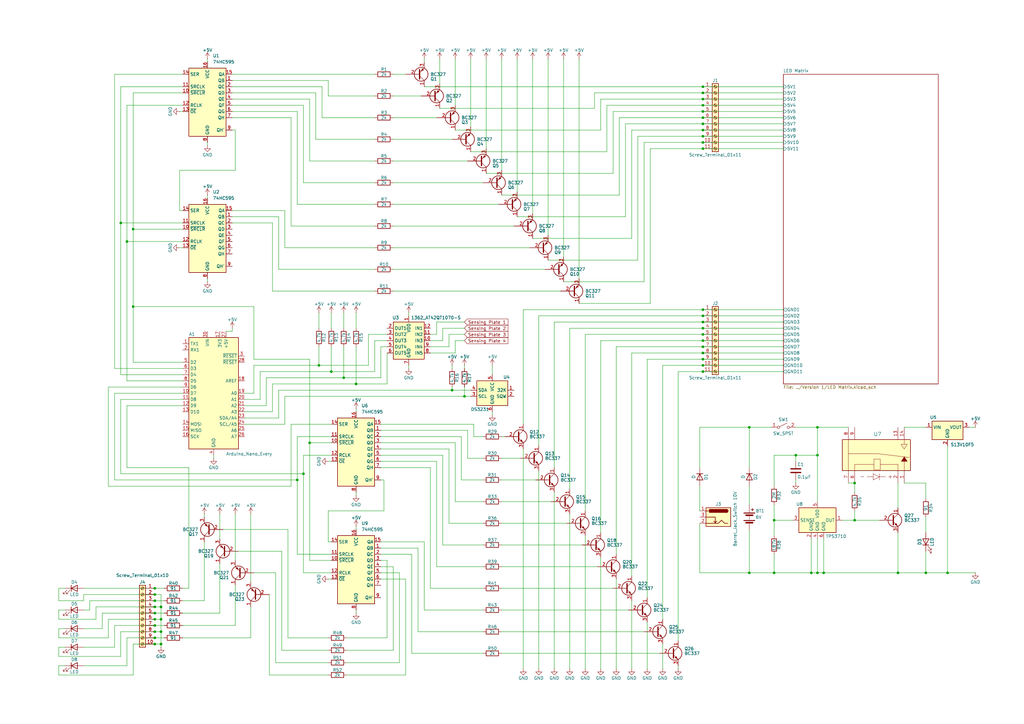
<source format=kicad_sch>
(kicad_sch (version 20231120) (generator "eeschema") (generator_version "8.0")
  (paper "A3")
  (title_block (title "PCB Schematic") (date "2025-03-18") (rev "v2") (company "TJ131") (comment 1 "Tony Jiang"))
  (lib_symbols
    (symbol "74xx:74HC595"
      (property "Reference" "U" (at -7.62 13.97 0))
      (property "Value" "74HC595" (at -7.62 -16.51 0))
      (symbol "74HC595_1_0"
        (pin tri_state line (at 10.16 7.62 180) (length 2.54) (name "QB") (number "1"))
        (pin input line (at -10.16 2.54 0) (length 2.54) (name "~{SRCLR}") (number "10"))
        (pin input line (at -10.16 5.08 0) (length 2.54) (name "SRCLK") (number "11"))
        (pin input line (at -10.16 -2.54 0) (length 2.54) (name "RCLK") (number "12"))
        (pin input line (at -10.16 -5.08 0) (length 2.54) (name "~{OE}") (number "13"))
        (pin input line (at -10.16 10.16 0) (length 2.54) (name "SER") (number "14"))
        (pin tri_state line (at 10.16 10.16 180) (length 2.54) (name "QA") (number "15"))
        (pin power_in line (at 0 15.24 270) (length 2.54) (name "VCC") (number "16"))
        (pin tri_state line (at 10.16 5.08 180) (length 2.54) (name "QC") (number "2"))
        (pin tri_state line (at 10.16 2.54 180) (length 2.54) (name "QD") (number "3"))
        (pin tri_state line (at 10.16 0 180) (length 2.54) (name "QE") (number "4"))
        (pin tri_state line (at 10.16 -2.54 180) (length 2.54) (name "QF") (number "5"))
        (pin tri_state line (at 10.16 -5.08 180) (length 2.54) (name "QG") (number "6"))
        (pin tri_state line (at 10.16 -7.62 180) (length 2.54) (name "QH") (number "7"))
        (pin power_in line (at 0 -17.78 90) (length 2.54) (name "GND") (number "8"))
        (pin output line (at 10.16 -12.7 180) (length 2.54) (name "QH'") (number "9"))
      )
    )
    (symbol "Connector:Barrel_Jack_Switch" (pin_names hide)
      (property "Reference" "J" (at 0 5.334 0))
      (property "Value" "Barrel_Jack_Switch" (at 0 -5.08 0))
      (symbol "Barrel_Jack_Switch_1_1"
        (pin passive line (at 7.62 2.54 180) (length 2.54) (name "~") (number "1"))
        (pin passive line (at 7.62 -2.54 180) (length 2.54) (name "~") (number "2"))
        (pin passive line (at 7.62 0 180) (length 2.54) (name "~") (number "3"))
      )
    )
    (symbol "Connector:Screw_Terminal_01x10" (pin_names (offset 1.016) hide)
      (property "Reference" "J" (at 0 12.7 0))
      (property "Value" "Screw_Terminal_01x10" (at 0 -15.24 0))
      (symbol "Screw_Terminal_01x10_1_1"
        (pin passive line (at -5.08 10.16 0) (length 3.81) (name "Pin_1") (number "1"))
        (pin passive line (at -5.08 -12.7 0) (length 3.81) (name "Pin_10") (number "10"))
        (pin passive line (at -5.08 7.62 0) (length 3.81) (name "Pin_2") (number "2"))
        (pin passive line (at -5.08 5.08 0) (length 3.81) (name "Pin_3") (number "3"))
        (pin passive line (at -5.08 2.54 0) (length 3.81) (name "Pin_4") (number "4"))
        (pin passive line (at -5.08 0 0) (length 3.81) (name "Pin_5") (number "5"))
        (pin passive line (at -5.08 -2.54 0) (length 3.81) (name "Pin_6") (number "6"))
        (pin passive line (at -5.08 -5.08 0) (length 3.81) (name "Pin_7") (number "7"))
        (pin passive line (at -5.08 -7.62 0) (length 3.81) (name "Pin_8") (number "8"))
        (pin passive line (at -5.08 -10.16 0) (length 3.81) (name "Pin_9") (number "9"))
      )
    )
    (symbol "Connector:Screw_Terminal_01x11" (pin_names (offset 1.016) hide)
      (property "Reference" "J" (at 0 15.24 0))
      (property "Value" "Screw_Terminal_01x11" (at 0 -15.24 0))
      (symbol "Screw_Terminal_01x11_1_1"
        (pin passive line (at -5.08 12.7 0) (length 3.81) (name "Pin_1") (number "1"))
        (pin passive line (at -5.08 -10.16 0) (length 3.81) (name "Pin_10") (number "10"))
        (pin passive line (at -5.08 -12.7 0) (length 3.81) (name "Pin_11") (number "11"))
        (pin passive line (at -5.08 10.16 0) (length 3.81) (name "Pin_2") (number "2"))
        (pin passive line (at -5.08 7.62 0) (length 3.81) (name "Pin_3") (number "3"))
        (pin passive line (at -5.08 5.08 0) (length 3.81) (name "Pin_4") (number "4"))
        (pin passive line (at -5.08 2.54 0) (length 3.81) (name "Pin_5") (number "5"))
        (pin passive line (at -5.08 0 0) (length 3.81) (name "Pin_6") (number "6"))
        (pin passive line (at -5.08 -2.54 0) (length 3.81) (name "Pin_7") (number "7"))
        (pin passive line (at -5.08 -5.08 0) (length 3.81) (name "Pin_8") (number "8"))
        (pin passive line (at -5.08 -7.62 0) (length 3.81) (name "Pin_9") (number "9"))
      )
    )
    (symbol "Converter_DCDC:S13V10F5"
      (property "Reference" "U" (at -5.842 2.794 0))
      (property "Value" "S13V10F5" (at 6.096 -8.382 0))
      (symbol "S13V10F5_1_1"
        (pin power_in line (at -8.89 -1.27 0) (length 2.54) (name "VIN") (number "1"))
        (pin power_in line (at 0 -8.89 90) (length 2.54) (name "GND") (number "2"))
        (pin power_out line (at 8.89 -1.27 180) (length 2.54) (name "VOUT") (number "3"))
      )
    )
    (symbol "Device:Battery" (pin_numbers hide) (pin_names (offset 0) hide)
      (property "Reference" "BT1" (at 2.54 2.54 0))
      (property "Value" "6V" (at 2.54 0 0))
      (symbol "Battery_1_1"
        (pin passive line (at 0 5.08 270) (length 2.54) (name "+") (number "1"))
        (pin passive line (at 0 -5.08 90) (length 2.54) (name "-") (number "3"))
      )
    )
    (symbol "Device:C" (pin_numbers hide) (pin_names (offset 0.254))
      (property "Reference" "C" (at 0.635 2.54 0))
      (property "Value" "C" (at 0.635 -2.54 0))
      (symbol "C_1_1"
        (pin passive line (at 0 3.81 270) (length 2.794) (name "~") (number "1"))
        (pin passive line (at 0 -3.81 90) (length 2.794) (name "~") (number "2"))
      )
    )
    (symbol "Device:D" (pin_numbers hide) (pin_names (offset 1.016) hide)
      (property "Reference" "D" (at 0 2.54 0))
      (property "Value" "D" (at 0 -2.54 0))
      (symbol "D_1_1"
        (pin passive line (at -3.81 0 0) (length 2.54) (name "K") (number "1"))
        (pin passive line (at 3.81 0 180) (length 2.54) (name "A") (number "2"))
      )
    )
    (symbol "Device:LED" (pin_numbers hide) (pin_names (offset 1.016) hide)
      (property "Reference" "D" (at 0 2.54 0))
      (property "Value" "LED" (at 0 -2.54 0))
      (symbol "LED_1_1"
        (pin passive line (at -3.81 0 0) (length 2.54) (name "K") (number "1"))
        (pin passive line (at 3.81 0 180) (length 2.54) (name "A") (number "2"))
      )
    )
    (symbol "Device:R" (pin_numbers hide) (pin_names (offset 0))
      (property "Reference" "R" (at 2.032 0 90))
      (property "Value" "R" (at 0 0 90))
      (symbol "R_1_1"
        (pin passive line (at 0 3.81 270) (length 1.27) (name "~") (number "1"))
        (pin passive line (at 0 -3.81 90) (length 1.27) (name "~") (number "2"))
      )
    )
    (symbol "MCU_Module:Arduino_Nano_Every"
      (property "Reference" "A" (at -10.16 23.495 0))
      (property "Value" "Arduino_Nano_Every" (at 5.08 -24.13 0))
      (symbol "Arduino_Nano_Every_1_1"
        (pin bidirectional line (at -12.7 20.32 0) (length 2.54) (name "TX1") (number "1"))
        (pin bidirectional line (at -12.7 0 0) (length 2.54) (name "D7") (number "10"))
        (pin bidirectional line (at -12.7 -2.54 0) (length 2.54) (name "D8") (number "11"))
        (pin bidirectional line (at -12.7 -5.08 0) (length 2.54) (name "D9") (number "12"))
        (pin bidirectional line (at -12.7 -7.62 0) (length 2.54) (name "D10") (number "13"))
        (pin bidirectional line (at -12.7 -12.7 0) (length 2.54) (name "MOSI") (number "14"))
        (pin bidirectional line (at -12.7 -15.24 0) (length 2.54) (name "MISO") (number "15"))
        (pin bidirectional line (at -12.7 -17.78 0) (length 2.54) (name "SCK") (number "16"))
        (pin power_out line (at 2.54 25.4 270) (length 2.54) (name "3V3") (number "17"))
        (pin input line (at 12.7 5.08 180) (length 2.54) (name "AREF") (number "18"))
        (pin bidirectional line (at 12.7 0 180) (length 2.54) (name "A0") (number "19"))
        (pin bidirectional line (at -12.7 17.78 0) (length 2.54) (name "RX1") (number "2"))
        (pin bidirectional line (at 12.7 -2.54 180) (length 2.54) (name "A1") (number "20"))
        (pin bidirectional line (at 12.7 -5.08 180) (length 2.54) (name "A2") (number "21"))
        (pin bidirectional line (at 12.7 -7.62 180) (length 2.54) (name "A3") (number "22"))
        (pin bidirectional line (at 12.7 -10.16 180) (length 2.54) (name "SDA/A4") (number "23"))
        (pin bidirectional line (at 12.7 -12.7 180) (length 2.54) (name "SCL/A5") (number "24"))
        (pin bidirectional line (at 12.7 -15.24 180) (length 2.54) (name "A6") (number "25"))
        (pin bidirectional line (at 12.7 -17.78 180) (length 2.54) (name "A7") (number "26"))
        (pin power_out line (at 5.08 25.4 270) (length 2.54) (name "+5V") (number "27"))
        (pin input line (at 12.7 12.7 180) (length 2.54) (name "~{RESET}") (number "28"))
        (pin passive line (at 0 -25.4 90) (length 2.54) hide (name "GND") (number "29"))
        (pin input line (at 12.7 15.24 180) (length 2.54) (name "~{RESET}") (number "3"))
        (pin power_in line (at -2.54 25.4 270) (length 2.54) (name "VIN") (number "30"))
        (pin power_in line (at 0 -25.4 90) (length 2.54) (name "GND") (number "4"))
        (pin bidirectional line (at -12.7 12.7 0) (length 2.54) (name "D2") (number "5"))
        (pin bidirectional line (at -12.7 10.16 0) (length 2.54) (name "D3") (number "6"))
        (pin bidirectional line (at -12.7 7.62 0) (length 2.54) (name "D4") (number "7"))
        (pin bidirectional line (at -12.7 5.08 0) (length 2.54) (name "D5") (number "8"))
        (pin bidirectional line (at -12.7 2.54 0) (length 2.54) (name "D6") (number "9"))
      )
    )
    (symbol "Power_Supervisor:TPS3710"
      (property "Reference" "U" (at -7.366 6.604 0))
      (property "Value" "TPS3710" (at 7.62 -6.604 0))
      (symbol "TPS3710_1_1"
        (pin output line (at 10.16 0 180) (length 2.54) (name "OUT") (number "1"))
        (pin power_in line (at -2.54 -7.62 90) (length 2.54) (name "GND") (number "2"))
        (pin input line (at -10.16 0 0) (length 2.54) (name "SENSE") (number "3"))
        (pin power_in line (at 0 -7.62 90) (length 2.54) (name "GND") (number "4"))
        (pin power_in line (at 0 7.62 270) (length 2.54) (name "VDD") (number "5"))
        (pin power_in line (at 2.54 -7.62 90) (length 2.54) (name "GND") (number "6"))
      )
    )
    (symbol "R_1" (pin_numbers hide) (pin_names (offset 0))
      (property "Reference" "R" (at 2.032 0 90))
      (property "Value" "R" (at 0 0 90))
      (symbol "R_1_1_1"
        (pin passive line (at 0 3.81 270) (length 1.27) (name "~") (number "1"))
        (pin passive line (at 0 -3.81 90) (length 1.27) (name "~") (number "2"))
      )
    )
    (symbol "R_2" (pin_numbers hide) (pin_names (offset 0))
      (property "Reference" "R" (at 2.032 0 90))
      (property "Value" "R" (at 0 0 90))
      (symbol "R_2_1_1"
        (pin passive line (at 0 3.81 270) (length 1.27) (name "~") (number "1"))
        (pin passive line (at 0 -3.81 90) (length 1.27) (name "~") (number "2"))
      )
    )
    (symbol "R_3" (pin_numbers hide) (pin_names (offset 0))
      (property "Reference" "R" (at 2.032 0 90))
      (property "Value" "R" (at 0 0 90))
      (symbol "R_3_1_1"
        (pin passive line (at 0 3.81 270) (length 1.27) (name "~") (number "1"))
        (pin passive line (at 0 -3.81 90) (length 1.27) (name "~") (number "2"))
      )
    )
    (symbol "Relay:HE721C0500" (pin_names (offset 0.254))
      (property "Reference" "U" (at -0.508 8.636 0))
      (property "Value" "HE721C0500" (at 22.352 -5.588 0))
      (symbol "HE721C0500_1_1"
        (pin passive line (at -11.43 -11.43 90) (length 5.08) (name "") (number "1"))
        (pin passive line (at -8.89 11.43 270) (length 5.08) (name "") (number "13"))
        (pin passive line (at -11.43 11.43 270) (length 5.08) (name "") (number "14"))
        (pin passive line (at -8.89 -11.43 90) (length 5.08) (name "") (number "2"))
        (pin passive line (at 8.89 -11.43 90) (length 5.08) (name "") (number "6"))
        (pin passive line (at 11.43 -11.43 90) (length 5.08) (name "") (number "7"))
        (pin passive line (at 11.43 11.43 270) (length 5.08) (name "") (number "8"))
        (pin passive line (at 8.89 11.43 270) (length 5.08) (name "") (number "9"))
      )
    )
    (symbol "Sensor_Touch:Adafruit_1362_AT42QT1070-S"
      (property "Reference" "U7" (at 5.334 9.398 0))
      (property "Value" "1362_AT42QT1070-S" (at -11.176 9.398 0))
      (symbol "Adafruit_1362_AT42QT1070-S_1_1"
        (pin power_in line (at 0 10.16 270) (length 2.54) (name "VDD") (number "1"))
        (pin input line (at -8.89 0 0) (length 2.54) (name "IN3") (number "10"))
        (pin input line (at -8.89 2.54 0) (length 2.54) (name "IN2") (number "11"))
        (pin input line (at -8.89 5.08 0) (length 2.54) (name "IN1") (number "12"))
        (pin output line (at 8.89 5.08 180) (length 2.54) (name "OUT1") (number "2"))
        (pin output line (at 8.89 2.54 180) (length 2.54) (name "OUT2") (number "3"))
        (pin output line (at 8.89 0 180) (length 2.54) (name "OUT3") (number "4"))
        (pin output line (at 8.89 -2.54 180) (length 2.54) (name "OUT4") (number "5"))
        (pin output line (at 8.89 -5.08 180) (length 2.54) (name "OUT5") (number "6"))
        (pin power_in line (at 0 -10.16 90) (length 2.54) (name "GND") (number "7"))
        (pin input line (at -8.89 -5.08 0) (length 2.54) (name "IN5") (number "8"))
        (pin input line (at -8.89 -2.54 0) (length 2.54) (name "IN4") (number "9"))
      )
    )
    (symbol "Switch:SW_SPST" (pin_names (offset 0) hide)
      (property "Reference" "SW" (at 0 3.175 0))
      (property "Value" "SW_SPST" (at 0 -2.54 0))
      (symbol "SW_SPST_1_1"
        (pin passive line (at -5.08 0 0) (length 2.54) (name "A") (number "1"))
        (pin passive line (at 5.08 0 180) (length 2.54) (name "B") (number "2"))
      )
    )
    (symbol "Timer_RTC:DS3231"
      (property "Reference" "U" (at -5.842 6.604 0))
      (property "Value" "DS3231" (at 5.08 -6.604 0))
      (symbol "DS3231_1_1"
        (pin output line (at -8.89 1.27 0) (length 2.54) (name "32K") (number "1"))
        (pin output line (at -8.89 -1.27 0) (length 2.54) (name "SQW") (number "2"))
        (pin bidirectional line (at 8.89 -1.27 180) (length 2.54) (name "SCL") (number "3"))
        (pin bidirectional line (at 8.89 1.27 180) (length 2.54) (name "SDA") (number "4"))
        (pin power_in line (at 0 7.62 270) (length 2.54) (name "VCC") (number "5"))
        (pin power_in line (at 0 -7.62 90) (length 2.54) (name "GND") (number "6"))
      )
    )
    (symbol "Transistor_BJT:BC327" (pin_names (offset 0) hide)
      (property "Reference" "Q" (at 5.08 1.905 0))
      (property "Value" "BC327" (at 5.08 0 0))
      (symbol "BC327_1_1"
        (pin passive line (at 2.54 5.08 270) (length 2.54) (name "C") (number "1"))
        (pin input line (at -5.08 0 0) (length 5.715) (name "B") (number "2"))
        (pin passive line (at 2.54 -5.08 90) (length 2.54) (name "E") (number "3"))
      )
    )
    (symbol "Transistor_BJT:BC337" (pin_names (offset 0) hide)
      (property "Reference" "Q" (at 5.08 1.905 0))
      (property "Value" "BC337" (at 5.08 0 0))
      (symbol "BC337_1_1"
        (pin passive line (at 2.54 5.08 270) (length 2.54) (name "C") (number "1"))
        (pin input line (at -5.08 0 0) (length 5.08) (name "B") (number "2"))
        (pin passive line (at 2.54 -5.08 90) (length 2.54) (name "E") (number "3"))
      )
    )
    (symbol "power:+5V" (power) (pin_numbers hide) (pin_names (offset 0) hide)
      (property "Value" "+5V" (at 0 3.556 0))
      (symbol "+5V_1_1"
        (pin power_in line (at 0 0 90) (length 0) (name "~") (number "1"))
      )
    )
    (symbol "power:GND" (power) (pin_numbers hide) (pin_names (offset 0) hide)
      (property "Value" "GND" (at 0 -3.81 0))
      (symbol "GND_1_1"
        (pin power_in line (at 0 0 270) (length 0) (name "~") (number "1"))
      )
    )
  )
  (junction (at 326.39 186.69))
  (junction (at 288.29 50.8))
  (junction (at 288.29 60.96))
  (junction (at 335.28 234.95))
  (junction (at 288.29 129.54))
  (junction (at 63.5 254))
  (junction (at 54.61 93.98))
  (junction (at 288.29 127))
  (junction (at 127 181.61))
  (junction (at 66.04 248.92))
  (junction (at 140.97 154.94))
  (junction (at 288.29 142.24))
  (junction (at 52.07 99.06))
  (junction (at 63.5 251.46))
  (junction (at 288.29 40.64))
  (junction (at 350.52 198.12))
  (junction (at 63.5 261.62))
  (junction (at 63.5 243.84))
  (junction (at 388.62 234.95))
  (junction (at 288.29 48.26))
  (junction (at 317.5 234.95))
  (junction (at 185.42 160.02))
  (junction (at 288.29 53.34))
  (junction (at 379.73 234.95))
  (junction (at 288.29 144.78))
  (junction (at 66.04 254))
  (junction (at 288.29 43.18))
  (junction (at 130.81 149.86))
  (junction (at 63.5 259.08))
  (junction (at 288.29 38.1))
  (junction (at 121.92 196.85))
  (junction (at 288.29 134.62))
  (junction (at 288.29 137.16))
  (junction (at 288.29 147.32))
  (junction (at 66.04 259.08))
  (junction (at 307.34 234.95))
  (junction (at 288.29 45.72))
  (junction (at 63.5 246.38))
  (junction (at 124.46 194.31))
  (junction (at 49.53 91.44))
  (junction (at 335.28 175.26))
  (junction (at 332.74 234.95))
  (junction (at 190.5 162.56))
  (junction (at 135.89 152.4))
  (junction (at 63.5 241.3))
  (junction (at 288.29 132.08))
  (junction (at 368.3 234.95))
  (junction (at 54.61 125.73))
  (junction (at 307.34 175.26))
  (junction (at 288.29 35.56))
  (junction (at 288.29 58.42))
  (junction (at 288.29 152.4))
  (junction (at 63.5 248.92))
  (junction (at 337.82 234.95))
  (junction (at 146.05 157.48))
  (junction (at 288.29 55.88))
  (junction (at 288.29 149.86))
  (junction (at 63.5 256.54))
  (junction (at 288.29 139.7))
  (junction (at 335.28 186.69))
  (junction (at 317.5 213.36))
  (junction (at 350.52 213.36))
  (junction (at 63.5 264.16))
  (junction (at 66.04 264.16))
  (wire (pts (xy 119.38 48.26) (xy 119.38 92.71)))
  (wire (pts (xy 205.74 179.07) (xy 207.01 179.07)))
  (wire (pts (xy 119.38 173.99) (xy 135.89 173.99)))
  (wire (pts (xy 124.46 186.69) (xy 135.89 186.69)))
  (wire (pts (xy 288.29 144.78) (xy 321.31 144.78)))
  (wire (pts (xy 288.29 45.72) (xy 321.31 45.72)))
  (wire (pts (xy 307.34 175.26) (xy 316.23 175.26)))
  (wire (pts (xy 46.99 161.29) (xy 46.99 196.85)))
  (wire (pts (xy 140.97 154.94) (xy 156.21 154.94)))
  (wire (pts (xy 134.62 271.78) (xy 113.03 271.78)))
  (wire (pts (xy 121.92 179.07) (xy 121.92 196.85)))
  (wire (pts (xy 157.48 209.55) (xy 134.62 209.55)))
  (wire (pts (xy 288.29 38.1) (xy 321.31 38.1)))
  (wire (pts (xy 181.61 223.52) (xy 198.12 223.52)))
  (wire (pts (xy 66.04 259.08) (xy 66.04 264.16)))
  (wire (pts (xy 173.99 24.13) (xy 173.99 25.4)))
  (wire (pts (xy 95.25 40.64) (xy 127 40.64)))
  (wire (pts (xy 74.93 43.18) (xy 52.07 43.18)))
  (wire (pts (xy 332.74 234.95) (xy 335.28 234.95)))
  (wire (pts (xy 95.25 135.89) (xy 95.25 134.62)))
  (wire (pts (xy 151.13 149.86) (xy 151.13 137.16)))
  (wire (pts (xy 158.75 229.87) (xy 158.75 261.62)))
  (wire (pts (xy 288.29 53.34) (xy 321.31 53.34)))
  (wire (pts (xy 194.31 173.99) (xy 194.31 179.07)))
  (wire (pts (xy 388.62 234.95) (xy 400.05 234.95)))
  (wire (pts (xy 220.98 129.54) (xy 220.98 182.88)))
  (wire (pts (xy 288.29 35.56) (xy 321.31 35.56)))
  (wire (pts (xy 161.29 266.7) (xy 142.24 266.7)))
  (wire (pts (xy 161.29 110.49) (xy 223.52 110.49)))
  (wire (pts (xy 161.29 119.38) (xy 229.87 119.38)))
  (wire (pts (xy 74.93 241.3) (xy 77.47 241.3)))
  (wire (pts (xy 326.39 186.69) (xy 335.28 186.69)))
  (wire (pts (xy 87.63 186.69) (xy 87.63 187.96)))
  (wire (pts (xy 114.3 160.02) (xy 185.42 160.02)))
  (wire (pts (xy 96.52 256.54) (xy 74.93 256.54)))
  (wire (pts (xy 254 48.26) (xy 288.29 48.26)))
  (wire (pts (xy 95.25 30.48) (xy 153.67 30.48)))
  (wire (pts (xy 288.29 127) (xy 321.31 127)))
  (wire (pts (xy 130.81 149.86) (xy 151.13 149.86)))
  (wire (pts (xy 46.99 256.54) (xy 46.99 265.43)))
  (wire (pts (xy 135.89 152.4) (xy 153.67 152.4)))
  (wire (pts (xy 205.74 267.97) (xy 270.51 267.97)))
  (wire (pts (xy 337.82 234.95) (xy 368.3 234.95)))
  (wire (pts (xy 288.29 40.64) (xy 321.31 40.64)))
  (wire (pts (xy 151.13 137.16) (xy 158.75 137.16)))
  (wire (pts (xy 156.21 229.87) (xy 158.75 229.87)))
  (wire (pts (xy 173.99 250.19) (xy 198.12 250.19)))
  (wire (pts (xy 163.83 271.78) (xy 142.24 271.78)))
  (wire (pts (xy 24.13 257.81) (xy 24.13 261.62)))
  (wire (pts (xy 246.38 139.7) (xy 288.29 139.7)))
  (wire (pts (xy 104.14 125.73) (xy 104.14 147.32)))
  (wire (pts (xy 246.38 139.7) (xy 246.38 218.44)))
  (wire (pts (xy 176.53 139.7) (xy 181.61 139.7)))
  (wire (pts (xy 46.99 30.48) (xy 46.99 151.13)))
  (wire (pts (xy 100.33 166.37) (xy 109.22 166.37)))
  (wire (pts (xy 265.43 255.27) (xy 265.43 274.32)))
  (wire (pts (xy 95.25 38.1) (xy 129.54 38.1)))
  (wire (pts (xy 171.45 224.79) (xy 171.45 259.08)))
  (wire (pts (xy 111.76 168.91) (xy 111.76 157.48)))
  (wire (pts (xy 111.76 119.38) (xy 153.67 119.38)))
  (wire (pts (xy 317.5 213.36) (xy 325.12 213.36)))
  (wire (pts (xy 181.61 134.62) (xy 190.5 134.62)))
  (wire (pts (xy 288.29 55.88) (xy 321.31 55.88)))
  (wire (pts (xy 54.61 93.98) (xy 74.93 93.98)))
  (wire (pts (xy 240.03 219.71) (xy 240.03 274.32)))
  (wire (pts (xy 248.92 62.23) (xy 248.92 43.18)))
  (wire (pts (xy 134.62 209.55) (xy 134.62 222.25)))
  (wire (pts (xy 36.83 250.19) (xy 34.29 250.19)))
  (wire (pts (xy 49.53 163.83) (xy 49.53 194.31)))
  (wire (pts (xy 261.62 106.68) (xy 261.62 55.88)))
  (wire (pts (xy 130.81 142.24) (xy 130.81 149.86)))
  (wire (pts (xy 184.15 142.24) (xy 184.15 137.16)))
  (wire (pts (xy 111.76 157.48) (xy 146.05 157.48)))
  (wire (pts (xy 63.5 241.3) (xy 34.29 241.3)))
  (wire (pts (xy 134.62 276.86) (xy 110.49 276.86)))
  (wire (pts (xy 288.29 43.18) (xy 321.31 43.18)))
  (wire (pts (xy 252.73 142.24) (xy 288.29 142.24)))
  (wire (pts (xy 39.37 254) (xy 39.37 248.92)))
  (wire (pts (xy 156.21 234.95) (xy 163.83 234.95)))
  (wire (pts (xy 52.07 99.06) (xy 52.07 156.21)))
  (wire (pts (xy 368.3 198.12) (xy 368.3 208.28)))
  (wire (pts (xy 220.98 129.54) (xy 288.29 129.54)))
  (wire (pts (xy 90.17 210.82) (xy 90.17 220.98)))
  (wire (pts (xy 335.28 234.95) (xy 337.82 234.95)))
  (wire (pts (xy 100.33 163.83) (xy 106.68 163.83)))
  (wire (pts (xy 146.05 250.19) (xy 146.05 251.46)))
  (wire (pts (xy 287.02 199.39) (xy 287.02 209.55)))
  (wire (pts (xy 121.92 179.07) (xy 135.89 179.07)))
  (wire (pts (xy 161.29 83.82) (xy 204.47 83.82)))
  (wire (pts (xy 74.93 101.6) (xy 73.66 101.6)))
  (wire (pts (xy 156.21 154.94) (xy 156.21 142.24)))
  (wire (pts (xy 307.34 175.26) (xy 307.34 191.77)))
  (wire (pts (xy 368.3 218.44) (xy 368.3 234.95)))
  (wire (pts (xy 41.91 257.81) (xy 34.29 257.81)))
  (wire (pts (xy 191.77 176.53) (xy 191.77 187.96)))
  (wire (pts (xy 104.14 149.86) (xy 104.14 161.29)))
  (wire (pts (xy 173.99 222.25) (xy 173.99 250.19)))
  (wire (pts (xy 337.82 220.98) (xy 337.82 234.95)))
  (wire (pts (xy 335.28 175.26) (xy 347.98 175.26)))
  (wire (pts (xy 179.07 232.41) (xy 198.12 232.41)))
  (wire (pts (xy 119.38 92.71) (xy 153.67 92.71)))
  (wire (pts (xy 95.25 43.18) (xy 124.46 43.18)))
  (wire (pts (xy 134.62 222.25) (xy 135.89 222.25)))
  (wire (pts (xy 156.21 237.49) (xy 166.37 237.49)))
  (wire (pts (xy 63.5 246.38) (xy 67.31 246.38)))
  (wire (pts (xy 288.29 137.16) (xy 321.31 137.16)))
  (wire (pts (xy 118.11 261.62) (xy 118.11 217.17)))
  (wire (pts (xy 67.31 241.3) (xy 63.5 241.3)))
  (wire (pts (xy 199.39 71.12) (xy 251.46 71.12)))
  (wire (pts (xy 116.84 101.6) (xy 153.67 101.6)))
  (wire (pts (xy 41.91 251.46) (xy 41.91 257.81)))
  (wire (pts (xy 259.08 144.78) (xy 288.29 144.78)))
  (wire (pts (xy 184.15 214.63) (xy 198.12 214.63)))
  (wire (pts (xy 173.99 35.56) (xy 288.29 35.56)))
  (wire (pts (xy 231.14 115.57) (xy 264.16 115.57)))
  (wire (pts (xy 231.14 24.13) (xy 231.14 105.41)))
  (wire (pts (xy 218.44 24.13) (xy 218.44 87.63)))
  (wire (pts (xy 39.37 248.92) (xy 63.5 248.92)))
  (wire (pts (xy 252.73 142.24) (xy 252.73 227.33)))
  (wire (pts (xy 134.62 237.49) (xy 135.89 237.49)))
  (wire (pts (xy 157.48 196.85) (xy 157.48 209.55)))
  (wire (pts (xy 251.46 241.3) (xy 205.74 241.3)))
  (wire (pts (xy 335.28 186.69) (xy 335.28 205.74)))
  (wire (pts (xy 176.53 142.24) (xy 184.15 142.24)))
  (wire (pts (xy 135.89 142.24) (xy 135.89 152.4)))
  (wire (pts (xy 104.14 149.86) (xy 130.81 149.86)))
  (wire (pts (xy 243.84 44.45) (xy 243.84 38.1)))
  (wire (pts (xy 161.29 66.04) (xy 191.77 66.04)))
  (wire (pts (xy 287.02 175.26) (xy 287.02 191.77)))
  (wire (pts (xy 124.46 186.69) (xy 124.46 194.31)))
  (wire (pts (xy 218.44 97.79) (xy 259.08 97.79)))
  (wire (pts (xy 278.13 152.4) (xy 288.29 152.4)))
  (wire (pts (xy 129.54 38.1) (xy 129.54 57.15)))
  (wire (pts (xy 109.22 166.37) (xy 109.22 154.94)))
  (wire (pts (xy 109.22 154.94) (xy 140.97 154.94)))
  (wire (pts (xy 166.37 237.49) (xy 166.37 276.86)))
  (wire (pts (xy 176.53 191.77) (xy 176.53 241.3)))
  (wire (pts (xy 114.3 110.49) (xy 153.67 110.49)))
  (wire (pts (xy 132.08 48.26) (xy 153.67 48.26)))
  (wire (pts (xy 190.5 158.75) (xy 190.5 162.56)))
  (wire (pts (xy 54.61 148.59) (xy 74.93 148.59)))
  (wire (pts (xy 259.08 144.78) (xy 259.08 236.22)))
  (wire (pts (xy 186.69 139.7) (xy 190.5 139.7)))
  (wire (pts (xy 135.89 128.27) (xy 135.89 134.62)))
  (wire (pts (xy 233.68 210.82) (xy 233.68 274.32)))
  (wire (pts (xy 24.13 273.05) (xy 24.13 276.86)))
  (wire (pts (xy 102.87 210.82) (xy 102.87 238.76)))
  (wire (pts (xy 49.53 259.08) (xy 63.5 259.08)))
  (wire (pts (xy 24.13 265.43) (xy 24.13 269.24)))
  (wire (pts (xy 167.64 128.27) (xy 167.64 129.54)))
  (wire (pts (xy 66.04 248.92) (xy 66.04 254)))
  (wire (pts (xy 212.09 88.9) (xy 256.54 88.9)))
  (wire (pts (xy 127 229.87) (xy 135.89 229.87)))
  (wire (pts (xy 134.62 33.02) (xy 134.62 39.37)))
  (wire (pts (xy 240.03 137.16) (xy 240.03 209.55)))
  (wire (pts (xy 66.04 264.16) (xy 63.5 264.16)))
  (wire (pts (xy 46.99 265.43) (xy 34.29 265.43)))
  (wire (pts (xy 118.11 217.17) (xy 91.44 217.17)))
  (wire (pts (xy 220.98 193.04) (xy 220.98 274.32)))
  (wire (pts (xy 127 147.32) (xy 127 181.61)))
  (wire (pts (xy 201.93 168.91) (xy 201.93 170.18)))
  (wire (pts (xy 24.13 273.05) (xy 26.67 273.05)))
  (wire (pts (xy 83.82 210.82) (xy 83.82 212.09)))
  (wire (pts (xy 132.08 35.56) (xy 132.08 48.26)))
  (wire (pts (xy 180.34 24.13) (xy 180.34 34.29)))
  (wire (pts (xy 307.34 217.17) (xy 307.34 234.95)))
  (wire (pts (xy 46.99 151.13) (xy 74.93 151.13)))
  (wire (pts (xy 116.84 86.36) (xy 116.84 101.6)))
  (wire (pts (xy 179.07 132.08) (xy 190.5 132.08)))
  (wire (pts (xy 74.93 45.72) (xy 73.66 45.72)))
  (wire (pts (xy 288.29 58.42) (xy 321.31 58.42)))
  (wire (pts (xy 63.5 251.46) (xy 41.91 251.46)))
  (wire (pts (xy 176.53 144.78) (xy 186.69 144.78)))
  (wire (pts (xy 224.79 106.68) (xy 261.62 106.68)))
  (wire (pts (xy 259.08 53.34) (xy 288.29 53.34)))
  (wire (pts (xy 264.16 259.08) (xy 205.74 259.08)))
  (wire (pts (xy 388.62 182.88) (xy 388.62 234.95)))
  (wire (pts (xy 63.5 256.54) (xy 67.31 256.54)))
  (wire (pts (xy 176.53 241.3) (xy 198.12 241.3)))
  (wire (pts (xy 134.62 261.62) (xy 118.11 261.62)))
  (wire (pts (xy 100.33 168.91) (xy 111.76 168.91)))
  (wire (pts (xy 350.52 198.12) (xy 350.52 201.93)))
  (wire (pts (xy 214.63 127) (xy 214.63 173.99)))
  (wire (pts (xy 345.44 213.36) (xy 350.52 213.36)))
  (wire (pts (xy 317.5 227.33) (xy 317.5 234.95)))
  (wire (pts (xy 156.21 224.79) (xy 171.45 224.79)))
  (wire (pts (xy 26.67 250.19) (xy 24.13 250.19)))
  (wire (pts (xy 190.5 162.56) (xy 193.04 162.56)))
  (wire (pts (xy 96.52 53.34) (xy 95.25 53.34)))
  (wire (pts (xy 102.87 248.92) (xy 102.87 261.62)))
  (wire (pts (xy 251.46 45.72) (xy 288.29 45.72)))
  (wire (pts (xy 181.61 139.7) (xy 181.61 134.62)))
  (wire (pts (xy 116.84 173.99) (xy 116.84 162.56)))
  (wire (pts (xy 95.25 86.36) (xy 116.84 86.36)))
  (wire (pts (xy 266.7 124.46) (xy 266.7 60.96)))
  (wire (pts (xy 156.21 184.15) (xy 184.15 184.15)))
  (wire (pts (xy 85.09 80.01) (xy 85.09 81.28)))
  (wire (pts (xy 156.21 222.25) (xy 173.99 222.25)))
  (wire (pts (xy 264.16 115.57) (xy 264.16 58.42)))
  (wire (pts (xy 186.69 24.13) (xy 186.69 43.18)))
  (wire (pts (xy 49.53 194.31) (xy 124.46 194.31)))
  (wire (pts (xy 121.92 227.33) (xy 135.89 227.33)))
  (wire (pts (xy 74.93 158.75) (xy 44.45 158.75)))
  (wire (pts (xy 379.73 198.12) (xy 370.84 198.12)))
  (wire (pts (xy 121.92 227.33) (xy 121.92 196.85)))
  (wire (pts (xy 74.93 35.56) (xy 49.53 35.56)))
  (wire (pts (xy 52.07 99.06) (xy 74.93 99.06)))
  (wire (pts (xy 156.21 173.99) (xy 194.31 173.99)))
  (wire (pts (xy 179.07 189.23) (xy 179.07 232.41)))
  (wire (pts (xy 205.74 80.01) (xy 254 80.01)))
  (wire (pts (xy 288.29 147.32) (xy 321.31 147.32)))
  (wire (pts (xy 193.04 62.23) (xy 248.92 62.23)))
  (wire (pts (xy 288.29 129.54) (xy 321.31 129.54)))
  (wire (pts (xy 161.29 39.37) (xy 172.72 39.37)))
  (wire (pts (xy 140.97 128.27) (xy 140.97 134.62)))
  (wire (pts (xy 379.73 198.12) (xy 379.73 204.47)))
  (wire (pts (xy 44.45 158.75) (xy 44.45 199.39)))
  (wire (pts (xy 191.77 187.96) (xy 198.12 187.96)))
  (wire (pts (xy 85.09 114.3) (xy 85.09 115.57)))
  (wire (pts (xy 213.36 187.96) (xy 205.74 187.96)))
  (wire (pts (xy 201.93 149.86) (xy 201.93 153.67)))
  (wire (pts (xy 74.93 161.29) (xy 46.99 161.29)))
  (wire (pts (xy 90.17 231.14) (xy 90.17 251.46)))
  (wire (pts (xy 189.23 179.07) (xy 189.23 196.85)))
  (wire (pts (xy 156.21 227.33) (xy 168.91 227.33)))
  (wire (pts (xy 74.93 246.38) (xy 83.82 246.38)))
  (wire (pts (xy 102.87 261.62) (xy 74.93 261.62)))
  (wire (pts (xy 326.39 186.69) (xy 326.39 189.23)))
  (wire (pts (xy 243.84 38.1) (xy 288.29 38.1)))
  (wire (pts (xy 49.53 35.56) (xy 49.53 91.44)))
  (wire (pts (xy 246.38 228.6) (xy 246.38 274.32)))
  (wire (pts (xy 24.13 269.24) (xy 49.53 269.24)))
  (wire (pts (xy 153.67 139.7) (xy 158.75 139.7)))
  (wire (pts (xy 74.93 30.48) (xy 46.99 30.48)))
  (wire (pts (xy 92.71 135.89) (xy 95.25 135.89)))
  (wire (pts (xy 44.45 254) (xy 63.5 254)))
  (wire (pts (xy 181.61 186.69) (xy 181.61 223.52)))
  (wire (pts (xy 163.83 234.95) (xy 163.83 271.78)))
  (wire (pts (xy 288.29 132.08) (xy 321.31 132.08)))
  (wire (pts (xy 238.76 223.52) (xy 205.74 223.52)))
  (wire (pts (xy 156.21 189.23) (xy 179.07 189.23)))
  (wire (pts (xy 288.29 142.24) (xy 321.31 142.24)))
  (wire (pts (xy 186.69 205.74) (xy 198.12 205.74)))
  (wire (pts (xy 96.52 69.85) (xy 96.52 53.34)))
  (wire (pts (xy 245.11 232.41) (xy 205.74 232.41)))
  (wire (pts (xy 26.67 257.81) (xy 24.13 257.81)))
  (wire (pts (xy 186.69 144.78) (xy 186.69 139.7)))
  (wire (pts (xy 54.61 125.73) (xy 54.61 148.59)))
  (wire (pts (xy 227.33 201.93) (xy 227.33 274.32)))
  (wire (pts (xy 44.45 261.62) (xy 44.45 254)))
  (wire (pts (xy 63.5 261.62) (xy 52.07 261.62)))
  (wire (pts (xy 73.66 86.36) (xy 74.93 86.36)))
  (wire (pts (xy 335.28 175.26) (xy 335.28 186.69)))
  (wire (pts (xy 26.67 241.3) (xy 24.13 241.3)))
  (wire (pts (xy 379.73 226.06) (xy 379.73 234.95)))
  (wire (pts (xy 266.7 60.96) (xy 288.29 60.96)))
  (wire (pts (xy 124.46 234.95) (xy 124.46 194.31)))
  (wire (pts (xy 158.75 157.48) (xy 158.75 144.78)))
  (wire (pts (xy 96.52 210.82) (xy 96.52 229.87)))
  (wire (pts (xy 66.04 243.84) (xy 66.04 248.92)))
  (wire (pts (xy 237.49 24.13) (xy 237.49 114.3)))
  (wire (pts (xy 233.68 134.62) (xy 233.68 200.66)))
  (wire (pts (xy 121.92 83.82) (xy 153.67 83.82)))
  (wire (pts (xy 256.54 88.9) (xy 256.54 50.8)))
  (wire (pts (xy 95.25 88.9) (xy 114.3 88.9)))
  (wire (pts (xy 317.5 207.01) (xy 317.5 213.36)))
  (wire (pts (xy 24.13 254) (xy 39.37 254)))
  (wire (pts (xy 49.53 269.24) (xy 49.53 259.08)))
  (wire (pts (xy 168.91 267.97) (xy 198.12 267.97)))
  (wire (pts (xy 95.25 45.72) (xy 121.92 45.72)))
  (wire (pts (xy 287.02 175.26) (xy 307.34 175.26)))
  (wire (pts (xy 95.25 48.26) (xy 119.38 48.26)))
  (wire (pts (xy 350.52 213.36) (xy 360.68 213.36)))
  (wire (pts (xy 156.21 179.07) (xy 189.23 179.07)))
  (wire (pts (xy 161.29 57.15) (xy 185.42 57.15)))
  (wire (pts (xy 288.29 48.26) (xy 321.31 48.26)))
  (wire (pts (xy 397.51 175.26) (xy 400.05 175.26)))
  (wire (pts (xy 49.53 153.67) (xy 74.93 153.67)))
  (wire (pts (xy 190.5 149.86) (xy 190.5 151.13)))
  (wire (pts (xy 24.13 246.38) (xy 34.29 246.38)))
  (wire (pts (xy 251.46 71.12) (xy 251.46 45.72)))
  (wire (pts (xy 184.15 137.16) (xy 190.5 137.16)))
  (wire (pts (xy 156.21 142.24) (xy 158.75 142.24)))
  (wire (pts (xy 34.29 246.38) (xy 34.29 243.84)))
  (wire (pts (xy 257.81 250.19) (xy 205.74 250.19)))
  (wire (pts (xy 185.42 158.75) (xy 185.42 160.02)))
  (wire (pts (xy 179.07 137.16) (xy 179.07 132.08)))
  (wire (pts (xy 134.62 266.7) (xy 115.57 266.7)))
  (wire (pts (xy 332.74 220.98) (xy 332.74 234.95)))
  (wire (pts (xy 54.61 264.16) (xy 63.5 264.16)))
  (wire (pts (xy 90.17 251.46) (xy 74.93 251.46)))
  (wire (pts (xy 278.13 152.4) (xy 278.13 262.89)))
  (wire (pts (xy 95.25 91.44) (xy 111.76 91.44)))
  (wire (pts (xy 127 147.32) (xy 104.14 147.32)))
  (wire (pts (xy 34.29 243.84) (xy 63.5 243.84)))
  (wire (pts (xy 256.54 50.8) (xy 288.29 50.8)))
  (wire (pts (xy 36.83 246.38) (xy 36.83 250.19)))
  (wire (pts (xy 52.07 43.18) (xy 52.07 99.06)))
  (wire (pts (xy 271.78 149.86) (xy 288.29 149.86)))
  (wire (pts (xy 121.92 45.72) (xy 121.92 83.82)))
  (wire (pts (xy 161.29 232.41) (xy 161.29 266.7)))
  (wire (pts (xy 146.05 142.24) (xy 146.05 157.48)))
  (wire (pts (xy 189.23 196.85) (xy 198.12 196.85)))
  (wire (pts (xy 52.07 166.37) (xy 52.07 191.77)))
  (wire (pts (xy 185.42 149.86) (xy 185.42 151.13)))
  (wire (pts (xy 252.73 237.49) (xy 252.73 274.32)))
  (wire (pts (xy 100.33 171.45) (xy 114.3 171.45)))
  (wire (pts (xy 193.04 24.13) (xy 193.04 52.07)))
  (wire (pts (xy 259.08 97.79) (xy 259.08 53.34)))
  (wire (pts (xy 161.29 48.26) (xy 179.07 48.26)))
  (wire (pts (xy 124.46 234.95) (xy 135.89 234.95)))
  (wire (pts (xy 307.34 234.95) (xy 317.5 234.95)))
  (wire (pts (xy 176.53 137.16) (xy 179.07 137.16)))
  (wire (pts (xy 288.29 139.7) (xy 321.31 139.7)))
  (wire (pts (xy 278.13 273.05) (xy 278.13 274.32)))
  (wire (pts (xy 113.03 234.95) (xy 104.14 234.95)))
  (wire (pts (xy 146.05 167.64) (xy 146.05 168.91)))
  (wire (pts (xy 214.63 184.15) (xy 214.63 274.32)))
  (wire (pts (xy 74.93 163.83) (xy 49.53 163.83)))
  (wire (pts (xy 370.84 175.26) (xy 379.73 175.26)))
  (wire (pts (xy 127 66.04) (xy 153.67 66.04)))
  (wire (pts (xy 110.49 276.86) (xy 110.49 243.84)))
  (wire (pts (xy 287.02 214.63) (xy 287.02 234.95)))
  (wire (pts (xy 77.47 241.3) (xy 77.47 191.77)))
  (wire (pts (xy 95.25 35.56) (xy 132.08 35.56)))
  (wire (pts (xy 77.47 191.77) (xy 52.07 191.77)))
  (wire (pts (xy 52.07 273.05) (xy 34.29 273.05)))
  (wire (pts (xy 127 181.61) (xy 135.89 181.61)))
  (wire (pts (xy 96.52 240.03) (xy 96.52 256.54)))
  (wire (pts (xy 52.07 166.37) (xy 74.93 166.37)))
  (wire (pts (xy 146.05 128.27) (xy 146.05 134.62)))
  (wire (pts (xy 140.97 142.24) (xy 140.97 154.94)))
  (wire (pts (xy 66.04 254) (xy 66.04 259.08)))
  (wire (pts (xy 46.99 196.85) (xy 121.92 196.85)))
  (wire (pts (xy 288.29 50.8) (xy 321.31 50.8)))
  (wire (pts (xy 156.21 232.41) (xy 161.29 232.41)))
  (wire (pts (xy 184.15 184.15) (xy 184.15 214.63)))
  (wire (pts (xy 54.61 125.73) (xy 104.14 125.73)))
  (wire (pts (xy 54.61 38.1) (xy 54.61 93.98)))
  (wire (pts (xy 158.75 261.62) (xy 142.24 261.62)))
  (wire (pts (xy 317.5 186.69) (xy 326.39 186.69)))
  (wire (pts (xy 317.5 234.95) (xy 332.74 234.95)))
  (wire (pts (xy 185.42 160.02) (xy 193.04 160.02)))
  (wire (pts (xy 24.13 250.19) (xy 24.13 254)))
  (wire (pts (xy 237.49 124.46) (xy 266.7 124.46)))
  (wire (pts (xy 66.04 264.16) (xy 66.04 265.43)))
  (wire (pts (xy 232.41 214.63) (xy 205.74 214.63)))
  (wire (pts (xy 106.68 163.83) (xy 106.68 152.4)))
  (wire (pts (xy 261.62 55.88) (xy 288.29 55.88)))
  (wire (pts (xy 100.33 173.99) (xy 116.84 173.99)))
  (wire (pts (xy 134.62 39.37) (xy 153.67 39.37)))
  (wire (pts (xy 161.29 92.71) (xy 210.82 92.71)))
  (wire (pts (xy 379.73 212.09) (xy 379.73 218.44)))
  (wire (pts (xy 74.93 38.1) (xy 54.61 38.1)))
  (wire (pts (xy 54.61 276.86) (xy 54.61 264.16)))
  (wire (pts (xy 24.13 261.62) (xy 44.45 261.62)))
  (wire (pts (xy 224.79 24.13) (xy 224.79 96.52)))
  (wire (pts (xy 194.31 179.07) (xy 198.12 179.07)))
  (wire (pts (xy 326.39 196.85) (xy 326.39 198.12)))
  (wire (pts (xy 161.29 74.93) (xy 198.12 74.93)))
  (wire (pts (xy 288.29 134.62) (xy 321.31 134.62)))
  (wire (pts (xy 115.57 266.7) (xy 115.57 226.06)))
  (wire (pts (xy 54.61 93.98) (xy 54.61 125.73)))
  (wire (pts (xy 205.74 69.85) (xy 205.74 24.13)))
  (wire (pts (xy 288.29 60.96) (xy 321.31 60.96)))
  (wire (pts (xy 85.09 24.13) (xy 85.09 25.4)))
  (wire (pts (xy 226.06 205.74) (xy 205.74 205.74)))
  (wire (pts (xy 180.34 44.45) (xy 243.84 44.45)))
  (wire (pts (xy 115.57 226.06) (xy 97.79 226.06)))
  (wire (pts (xy 26.67 265.43) (xy 24.13 265.43)))
  (wire (pts (xy 271.78 149.86) (xy 271.78 254)))
  (wire (pts (xy 49.53 91.44) (xy 74.93 91.44)))
  (wire (pts (xy 153.67 152.4) (xy 153.67 139.7)))
  (wire (pts (xy 63.5 248.92) (xy 66.04 248.92)))
  (wire (pts (xy 264.16 58.42) (xy 288.29 58.42)))
  (wire (pts (xy 233.68 134.62) (xy 288.29 134.62)))
  (wire (pts (xy 95.25 33.02) (xy 134.62 33.02)))
  (wire (pts (xy 73.66 69.85) (xy 96.52 69.85)))
  (wire (pts (xy 265.43 147.32) (xy 265.43 245.11)))
  (wire (pts (xy 254 80.01) (xy 254 48.26)))
  (wire (pts (xy 114.3 171.45) (xy 114.3 160.02)))
  (wire (pts (xy 134.62 189.23) (xy 135.89 189.23)))
  (wire (pts (xy 156.21 181.61) (xy 186.69 181.61)))
  (wire (pts (xy 335.28 220.98) (xy 335.28 234.95)))
  (wire (pts (xy 73.66 69.85) (xy 73.66 86.36)))
  (wire (pts (xy 161.29 101.6) (xy 217.17 101.6)))
  (wire (pts (xy 124.46 43.18) (xy 124.46 74.93)))
  (wire (pts (xy 288.29 152.4) (xy 321.31 152.4)))
  (wire (pts (xy 63.5 259.08) (xy 66.04 259.08)))
  (wire (pts (xy 219.71 196.85) (xy 205.74 196.85)))
  (wire (pts (xy 227.33 132.08) (xy 288.29 132.08)))
  (wire (pts (xy 157.48 196.85) (xy 156.21 196.85)))
  (wire (pts (xy 259.08 246.38) (xy 259.08 274.32)))
  (wire (pts (xy 317.5 213.36) (xy 317.5 219.71)))
  (wire (pts (xy 350.52 209.55) (xy 350.52 213.36)))
  (wire (pts (xy 63.5 256.54) (xy 46.99 256.54)))
  (wire (pts (xy 246.38 40.64) (xy 288.29 40.64)))
  (wire (pts (xy 307.34 199.39) (xy 307.34 207.01)))
  (wire (pts (xy 52.07 156.21) (xy 74.93 156.21)))
  (wire (pts (xy 116.84 162.56) (xy 190.5 162.56)))
  (wire (pts (xy 317.5 199.39) (xy 317.5 186.69)))
  (wire (pts (xy 271.78 264.16) (xy 271.78 274.32)))
  (wire (pts (xy 129.54 57.15) (xy 153.67 57.15)))
  (wire (pts (xy 156.21 176.53) (xy 191.77 176.53)))
  (wire (pts (xy 24.13 276.86) (xy 54.61 276.86)))
  (wire (pts (xy 186.69 181.61) (xy 186.69 205.74)))
  (wire (pts (xy 130.81 128.27) (xy 130.81 134.62)))
  (wire (pts (xy 214.63 127) (xy 288.29 127)))
  (wire (pts (xy 212.09 24.13) (xy 212.09 78.74)))
  (wire (pts (xy 379.73 234.95) (xy 388.62 234.95)))
  (wire (pts (xy 240.03 137.16) (xy 288.29 137.16)))
  (wire (pts (xy 146.05 215.9) (xy 146.05 217.17)))
  (wire (pts (xy 326.39 175.26) (xy 335.28 175.26)))
  (wire (pts (xy 156.21 186.69) (xy 181.61 186.69)))
  (wire (pts (xy 287.02 234.95) (xy 307.34 234.95)))
  (wire (pts (xy 156.21 191.77) (xy 176.53 191.77)))
  (wire (pts (xy 52.07 261.62) (xy 52.07 273.05)))
  (wire (pts (xy 106.68 152.4) (xy 135.89 152.4)))
  (wire (pts (xy 100.33 161.29) (xy 104.14 161.29)))
  (wire (pts (xy 127 181.61) (xy 127 229.87)))
  (wire (pts (xy 127 40.64) (xy 127 66.04)))
  (wire (pts (xy 24.13 241.3) (xy 24.13 246.38)))
  (wire (pts (xy 171.45 259.08) (xy 198.12 259.08)))
  (wire (pts (xy 347.98 198.12) (xy 350.52 198.12)))
  (wire (pts (xy 124.46 74.93) (xy 153.67 74.93)))
  (wire (pts (xy 63.5 251.46) (xy 67.31 251.46)))
  (wire (pts (xy 85.09 58.42) (xy 85.09 59.69)))
  (wire (pts (xy 288.29 149.86) (xy 321.31 149.86)))
  (wire (pts (xy 265.43 147.32) (xy 288.29 147.32)))
  (wire (pts (xy 63.5 243.84) (xy 66.04 243.84)))
  (wire (pts (xy 44.45 199.39) (xy 119.38 199.39)))
  (wire (pts (xy 146.05 201.93) (xy 146.05 203.2)))
  (wire (pts (xy 83.82 222.25) (xy 83.82 246.38)))
  (wire (pts (xy 368.3 234.95) (xy 379.73 234.95)))
  (wire (pts (xy 168.91 227.33) (xy 168.91 267.97)))
  (wire (pts (xy 111.76 91.44) (xy 111.76 119.38)))
  (wire (pts (xy 246.38 53.34) (xy 246.38 40.64)))
  (wire (pts (xy 119.38 199.39) (xy 119.38 173.99)))
  (wire (pts (xy 199.39 60.96) (xy 199.39 24.13)))
  (wire (pts (xy 146.05 157.48) (xy 158.75 157.48)))
  (wire (pts (xy 114.3 88.9) (xy 114.3 110.49)))
  (wire (pts (xy 186.69 53.34) (xy 246.38 53.34)))
  (wire (pts (xy 161.29 30.48) (xy 166.37 30.48)))
  (wire (pts (xy 63.5 261.62) (xy 67.31 261.62)))
  (wire (pts (xy 167.64 149.86) (xy 167.64 151.13)))
  (wire (pts (xy 63.5 254) (xy 66.04 254)))
  (wire (pts (xy 248.92 43.18) (xy 288.29 43.18)))
  (wire (pts (xy 63.5 246.38) (xy 36.83 246.38)))
  (wire (pts (xy 113.03 271.78) (xy 113.03 234.95)))
  (wire (pts (xy 227.33 132.08) (xy 227.33 191.77)))
  (wire (pts (xy 49.53 91.44) (xy 49.53 153.67)))
  (wire (pts (xy 166.37 276.86) (xy 142.24 276.86)))
  (global_label "Sensing Plate 4" (shape input) (at 190.5 139.7 0) (property "Intersheetrefs" "${INTERSHEET_REFS}" (effects (hide yes))))
  (global_label "Sensing Plate 3" (shape input) (at 190.5 137.16 0) (property "Intersheetrefs" "${INTERSHEET_REFS}" (effects (hide yes))))
  (global_label "Sensing Plate 1" (shape input) (at 190.5 132.08 0) (property "Intersheetrefs" "${INTERSHEET_REFS}" (effects (hide yes))))
  (global_label "Sensing Plate 2" (shape input) (at 190.5 134.62 0) (property "Intersheetrefs" "${INTERSHEET_REFS}" (effects (hide yes))))
  (symbol (lib_id "power:+5V") (at 96.52 210.82 0) (unit 1)
    (property "Reference" "#PWR038" (effects (hide yes)))
    (property "Value" "+5V" (at 96.52 207.264 0))
    (property "Description" "Power symbol creates a global label with name \"+5V\"" (effects (hide yes)))
  )
  (symbol (lib_id "Converter_DCDC:S13V10F5") (at 388.62 173.99 0) (unit 1)
    (property "Reference" "U5" (at 382.778 171.196 0))
    (property "Value" "S13V10F5" (at 394.716 182.372 0))
    (property "Footprint" "Connector_PinHeader_2.54mm:PinHeader_1x03_P2.54mm_Vertical" (effects (hide yes)))
  )
  (symbol (lib_id "Transistor_BJT:BC337") (at 243.84 223.52 0) (unit 1)
    (property "Reference" "Q18" (at 248.92 221.615 0) (effects (justify left)))
    (property "Value" "BC337" (at 248.92 223.52 0) (effects (justify left)))
    (property "Footprint" "Package_TO_SOT_THT:TO-92_Inline_Medium" (effects (hide yes)))
    (property "Datasheet" "https://diotec.com/tl_files/diotec/files/pdf/datasheets/bc337.pdf" (effects (hide yes)))
    (property "Description" "0.8A Ic, 45V Vce, NPN Transistor, TO-92" (effects (hide yes)))
  )
  (symbol (lib_id "Transistor_BJT:BC337") (at 262.89 250.19 0) (unit 1)
    (property "Reference" "Q24" (at 267.97 248.285 0) (effects (justify left)))
    (property "Value" "BC337" (at 267.97 250.19 0) (effects (justify left)))
    (property "Footprint" "Package_TO_SOT_THT:TO-92_Inline_Medium" (effects (hide yes)))
    (property "Datasheet" "https://diotec.com/tl_files/diotec/files/pdf/datasheets/bc337.pdf" (effects (hide yes)))
    (property "Description" "0.8A Ic, 45V Vce, NPN Transistor, TO-92" (effects (hide yes)))
  )
  (symbol (lib_id "Transistor_BJT:BC337") (at 218.44 187.96 0) (unit 1)
    (property "Reference" "Q13" (at 223.52 186.055 0) (effects (justify left)))
    (property "Value" "BC337" (at 223.52 187.96 0) (effects (justify left)))
    (property "Footprint" "Package_TO_SOT_THT:TO-92_Inline_Medium" (effects (hide yes)))
    (property "Datasheet" "https://diotec.com/tl_files/diotec/files/pdf/datasheets/bc337.pdf" (effects (hide yes)))
    (property "Description" "0.8A Ic, 45V Vce, NPN Transistor, TO-92" (effects (hide yes)))
  )
  (symbol (lib_id "power:GND") (at 73.66 45.72 270) (unit 1)
    (property "Reference" "#PWR013" (effects (hide yes)))
    (property "Value" "GND" (at 69.85 45.72 0))
    (property "Description" "Power symbol creates a global label with name \"GND\" , ground" (effects (hide yes)))
  )
  (symbol (lib_id "Transistor_BJT:BC327") (at 99.06 234.95 180) (unit 1)
    (property "Reference" "Q21" (at 93.98 236.855 0) (effects (justify left)))
    (property "Value" "BC327" (at 93.98 234.95 0) (effects (justify left)))
    (property "Footprint" "Package_TO_SOT_THT:TO-92_Inline_Medium" (effects (hide yes)))
    (property "Datasheet" "http://www.onsemi.com/pub_link/Collateral/BC327-D.PDF" (effects (hide yes)))
    (property "Description" "0.8A Ic, 45V Vce, PNP Transistor, TO-92" (effects (hide yes)))
  )
  (symbol (lib_id "Device:R") (at 201.93 223.52 90) (unit 1)
    (property "Reference" "R37" (at 201.93 221.488 90))
    (property "Value" "2k" (at 201.93 223.52 90))
    (property "Footprint" "Resistor_THT:R_Axial_DIN0207_L6.3mm_D2.5mm_P7.62mm_Horizontal" (effects (hide yes)))
    (property "Description" "Resistor" (effects (hide yes)))
  )
  (symbol (lib_id "Device:R") (at 157.48 39.37 90) (unit 1)
    (property "Reference" "R2" (at 157.48 37.338 90))
    (property "Value" "2k" (at 157.48 39.37 90))
    (property "Footprint" "Resistor_THT:R_Axial_DIN0207_L6.3mm_D2.5mm_P7.62mm_Horizontal" (effects (hide yes)))
    (property "Description" "Resistor" (effects (hide yes)))
  )
  (symbol (lib_id "power:+5V") (at 193.04 24.13 0) (unit 1)
    (property "Reference" "#PWR05" (effects (hide yes)))
    (property "Value" "+5V" (at 193.04 20.574 0))
    (property "Description" "Power symbol creates a global label with name \"+5V\"" (effects (hide yes)))
  )
  (symbol (lib_id "74xx:74HC595") (at 85.09 96.52 0) (unit 1)
    (property "Reference" "U2" (at 87.2841 78.74 0) (effects (justify left)))
    (property "Value" "74HC595" (at 87.2841 81.28 0) (effects (justify left)))
    (property "Footprint" "Package_DIP:DIP-16_W7.62mm" (effects (hide yes)))
    (property "Datasheet" "http://www.ti.com/lit/ds/symlink/sn74hc595.pdf" (effects (hide yes)))
    (property "Description" "8-bit serial in/out Shift Register 3-State Outputs" (effects (hide yes)))
  )
  (symbol (lib_id "Transistor_BJT:BC337") (at 269.24 259.08 0) (unit 1)
    (property "Reference" "Q25" (at 274.32 257.175 0) (effects (justify left)))
    (property "Value" "BC337" (at 274.32 259.08 0) (effects (justify left)))
    (property "Footprint" "Package_TO_SOT_THT:TO-92_Inline_Medium" (effects (hide yes)))
    (property "Datasheet" "https://diotec.com/tl_files/diotec/files/pdf/datasheets/bc337.pdf" (effects (hide yes)))
    (property "Description" "0.8A Ic, 45V Vce, NPN Transistor, TO-92" (effects (hide yes)))
  )
  (symbol (lib_id "74xx:74HC595") (at 146.05 232.41 0) (unit 1)
    (property "Reference" "U9" (at 148.2441 214.63 0) (effects (justify left)))
    (property "Value" "74HC595" (at 148.2441 217.17 0) (effects (justify left)))
    (property "Footprint" "Package_DIP:DIP-16_W7.62mm" (effects (hide yes)))
    (property "Datasheet" "http://www.ti.com/lit/ds/symlink/sn74hc595.pdf" (effects (hide yes)))
    (property "Description" "8-bit serial in/out Shift Register 3-State Outputs" (effects (hide yes)))
  )
  (symbol (lib_id "power:+5V") (at 83.82 210.82 0) (unit 1)
    (property "Reference" "#PWR036" (effects (hide yes)))
    (property "Value" "+5V" (at 83.82 207.264 0))
    (property "Description" "Power symbol creates a global label with name \"+5V\"" (effects (hide yes)))
  )
  (symbol (lib_id "Device:LED") (at 30.48 241.3 0) (unit 1)
    (property "Reference" "D4" (at 30.48 238.76 0))
    (property "Value" "LED" (at 30.48 243.84 0))
    (property "Footprint" "LED_THT:LED_D5.0mm" (effects (hide yes)))
    (property "Description" "Light emitting diode" (effects (hide yes)))
  )
  (symbol (lib_id "MCU_Module:Arduino_Nano_Every") (at 87.63 161.29 0) (unit 1)
    (property "Reference" "A1" (at 77.47 137.795 0) (effects (justify left bottom)))
    (property "Value" "Arduino_Nano_Every" (at 92.71 185.42 0) (effects (justify left top)))
    (property "Footprint" "Module:Arduino_Nano" (effects (hide yes)))
    (property "Datasheet" "https://content.arduino.cc/assets/NANOEveryV3.0_sch.pdf" (effects (hide yes)))
    (property "Description" "Arduino Nano Every" (effects (hide yes)))
  )
  (symbol (lib_id "Device:R") (at 157.48 101.6 90) (unit 1)
    (property "Reference" "R9" (at 157.48 99.568 90))
    (property "Value" "2k" (at 157.48 101.6 90))
    (property "Footprint" "Resistor_THT:R_Axial_DIN0207_L6.3mm_D2.5mm_P7.62mm_Horizontal" (effects (hide yes)))
    (property "Description" "Resistor" (effects (hide yes)))
  )
  (symbol (lib_id "Device:LED") (at 30.48 265.43 0) (unit 1)
    (property "Reference" "D7" (at 30.48 262.89 0))
    (property "Value" "LED" (at 30.48 267.97 0))
    (property "Footprint" "LED_THT:LED_D5.0mm" (effects (hide yes)))
    (property "Description" "Light emitting diode" (effects (hide yes)))
  )
  (symbol (lib_id "Transistor_BJT:BC327") (at 177.8 39.37 0) (mirror x) (unit 1)
    (property "Reference" "Q2" (at 182.88 41.275 0) (effects (justify left)))
    (property "Value" "BC327" (at 182.88 39.37 0) (effects (justify left)))
    (property "Footprint" "Package_TO_SOT_THT:TO-92_Inline_Medium" (effects (hide yes)))
    (property "Datasheet" "http://www.onsemi.com/pub_link/Collateral/BC327-D.PDF" (effects (hide yes)))
    (property "Description" "0.8A Ic, 45V Vce, PNP Transistor, TO-92" (effects (hide yes)))
  )
  (symbol (lib_id "Switch:SW_SPST") (at 321.31 175.26 0) (unit 1)
    (property "Reference" "SW1" (at 321.31 172.085 0))
    (property "Value" "SW_SPST" (at 321.31 177.8 0))
    (property "Footprint" "Button_Switch_THT:SW_SPST_S101031MS02Q_CNK" (effects (hide yes)))
    (property "Description" "Single Pole Single Throw (SPST) switch" (effects (hide yes)))
  )
  (symbol (lib_id "Transistor_BJT:BC327") (at 105.41 243.84 180) (unit 1)
    (property "Reference" "Q23" (at 100.33 245.745 0) (effects (justify left)))
    (property "Value" "BC327" (at 100.33 243.84 0) (effects (justify left)))
    (property "Footprint" "Package_TO_SOT_THT:TO-92_Inline_Medium" (effects (hide yes)))
    (property "Datasheet" "http://www.onsemi.com/pub_link/Collateral/BC327-D.PDF" (effects (hide yes)))
    (property "Description" "0.8A Ic, 45V Vce, PNP Transistor, TO-92" (effects (hide yes)))
  )
  (symbol (lib_id "Connector:Screw_Terminal_01x11") (at 293.37 48.26 0) (unit 1)
    (property "Reference" "J1" (at 293.37 33.02 0))
    (property "Value" "Screw_Terminal_01x11" (at 293.37 63.5 0))
    (property "Footprint" "Connector_PinHeader_2.54mm:PinHeader_1x11_P2.54mm_Horizontal" (effects (hide yes)))
    (property "Description" "Generic screw terminal, single row, 01x11, script generated (kicad-library-utils/schlib/autogen/connector/)" (effects (hide yes)))
  )
  (symbol (lib_id "Device:R") (at 71.12 261.62 90) (unit 1)
    (property "Reference" "R47" (at 71.12 259.588 90))
    (property "Value" "91" (at 71.12 261.62 90))
    (property "Footprint" "Resistor_THT:R_Axial_DIN0207_L6.3mm_D2.5mm_P7.62mm_Horizontal" (effects (hide yes)))
    (property "Description" "Resistor" (effects (hide yes)))
  )
  (symbol (lib_id "Device:R") (at 201.93 232.41 90) (unit 1)
    (property "Reference" "R39" (at 201.93 230.378 90))
    (property "Value" "2k" (at 201.93 232.41 90))
    (property "Footprint" "Resistor_THT:R_Axial_DIN0207_L6.3mm_D2.5mm_P7.62mm_Horizontal" (effects (hide yes)))
    (property "Description" "Resistor" (effects (hide yes)))
  )
  (symbol (lib_id "Transistor_BJT:BC337") (at 365.76 213.36 0) (unit 1)
    (property "Reference" "Q27" (at 370.84 211.455 0) (effects (justify left)))
    (property "Value" "BC337" (at 370.84 213.36 0) (effects (justify left)))
    (property "Footprint" "Package_TO_SOT_THT:TO-92_Inline_Medium" (effects (hide yes)))
    (property "Datasheet" "https://diotec.com/tl_files/diotec/files/pdf/datasheets/bc337.pdf" (effects (hide yes)))
    (property "Description" "0.8A Ic, 45V Vce, NPN Transistor, TO-92" (effects (hide yes)))
  )
  (symbol (lib_id "power:GND") (at 134.62 189.23 270) (unit 1)
    (property "Reference" "#PWR033" (effects (hide yes)))
    (property "Value" "GND" (at 130.81 189.23 0))
    (property "Description" "Power symbol creates a global label with name \"GND\" , ground" (effects (hide yes)))
  )
  (symbol (lib_id "power:GND") (at 73.66 101.6 270) (unit 1)
    (property "Reference" "#PWR016" (effects (hide yes)))
    (property "Value" "GND" (at 69.85 101.6 0))
    (property "Description" "Power symbol creates a global label with name \"GND\" , ground" (effects (hide yes)))
  )
  (symbol (lib_id "Transistor_BJT:BC337") (at 231.14 205.74 0) (unit 1)
    (property "Reference" "Q15" (at 236.22 203.835 0) (effects (justify left)))
    (property "Value" "BC337" (at 236.22 205.74 0) (effects (justify left)))
    (property "Footprint" "Package_TO_SOT_THT:TO-92_Inline_Medium" (effects (hide yes)))
    (property "Datasheet" "https://diotec.com/tl_files/diotec/files/pdf/datasheets/bc337.pdf" (effects (hide yes)))
    (property "Description" "0.8A Ic, 45V Vce, NPN Transistor, TO-92" (effects (hide yes)))
  )
  (symbol (lib_id "Device:LED") (at 30.48 250.19 0) (unit 1)
    (property "Reference" "D5" (at 30.48 247.65 0))
    (property "Value" "LED" (at 30.48 252.73 0))
    (property "Footprint" "LED_THT:LED_D5.0mm" (effects (hide yes)))
    (property "Description" "Light emitting diode" (effects (hide yes)))
  )
  (symbol (lib_id "power:+5V") (at 180.34 24.13 0) (unit 1)
    (property "Reference" "#PWR03" (effects (hide yes)))
    (property "Value" "+5V" (at 180.34 20.574 0))
    (property "Description" "Power symbol creates a global label with name \"+5V\"" (effects (hide yes)))
  )
  (symbol (lib_id "power:GND") (at 146.05 251.46 0) (unit 1)
    (property "Reference" "#PWR043" (effects (hide yes)))
    (property "Value" "GND" (at 146.05 255.27 0))
    (property "Description" "Power symbol creates a global label with name \"GND\" , ground" (effects (hide yes)))
  )
  (symbol (lib_id "Transistor_BJT:BC327") (at 92.71 226.06 180) (unit 1)
    (property "Reference" "Q19" (at 87.63 227.965 0) (effects (justify left)))
    (property "Value" "BC327" (at 87.63 226.06 0) (effects (justify left)))
    (property "Footprint" "Package_TO_SOT_THT:TO-92_Inline_Medium" (effects (hide yes)))
    (property "Datasheet" "http://www.onsemi.com/pub_link/Collateral/BC327-D.PDF" (effects (hide yes)))
    (property "Description" "0.8A Ic, 45V Vce, PNP Transistor, TO-92" (effects (hide yes)))
  )
  (symbol (lib_id "Connector:Barrel_Jack_Switch") (at 294.64 212.09 0) (mirror y) (unit 1)
    (property "Reference" "J3" (at 294.64 206.756 0))
    (property "Value" "Barrel_Jack_Switch 10V" (at 301.498 212.852 90))
    (property "Footprint" "Connector_BarrelJack:BarrelJack_CUI_PJ-002B_Horizontal" (effects (hide yes)))
    (property "Description" "DC Barrel Jack with an internal switch" (effects (hide yes)))
  )
  (symbol (lib_id "power:GND") (at 271.78 274.32 0) (unit 1)
    (property "Reference" "#PWR054" (effects (hide yes)))
    (property "Value" "GND" (at 271.78 278.13 0))
    (property "Description" "Power symbol creates a global label with name \"GND\" , ground" (effects (hide yes)))
  )
  (symbol (lib_id "Connector:Screw_Terminal_01x11") (at 293.37 139.7 0) (unit 1)
    (property "Reference" "J2" (at 293.37 124.46 0))
    (property "Value" "Screw_Terminal_01x11" (at 293.37 154.94 0))
    (property "Footprint" "Connector_PinHeader_2.54mm:PinHeader_1x11_P2.54mm_Horizontal" (effects (hide yes)))
    (property "Description" "Generic screw terminal, single row, 01x11, script generated (kicad-library-utils/schlib/autogen/connector/)" (effects (hide yes)))
  )
  (symbol (lib_id "power:GND") (at 252.73 274.32 0) (unit 1)
    (property "Reference" "#PWR051" (effects (hide yes)))
    (property "Value" "GND" (at 252.73 278.13 0))
    (property "Description" "Power symbol creates a global label with name \"GND\" , ground" (effects (hide yes)))
  )
  (symbol (lib_id "power:+5V") (at 190.5 149.86 0) (unit 1)
    (property "Reference" "#PWR026" (effects (hide yes)))
    (property "Value" "+5V" (at 190.5 146.304 0))
    (property "Description" "Power symbol creates a global label with name \"+5V\"" (effects (hide yes)))
  )
  (symbol (lib_id "Transistor_BJT:BC337") (at 250.19 232.41 0) (unit 1)
    (property "Reference" "Q20" (at 255.27 230.505 0) (effects (justify left)))
    (property "Value" "BC337" (at 255.27 232.41 0) (effects (justify left)))
    (property "Footprint" "Package_TO_SOT_THT:TO-92_Inline_Medium" (effects (hide yes)))
    (property "Datasheet" "https://diotec.com/tl_files/diotec/files/pdf/datasheets/bc337.pdf" (effects (hide yes)))
    (property "Description" "0.8A Ic, 45V Vce, NPN Transistor, TO-92" (effects (hide yes)))
  )
  (symbol (lib_id "Transistor_BJT:BC337") (at 275.59 267.97 0) (unit 1)
    (property "Reference" "Q26" (at 280.67 266.065 0) (effects (justify left)))
    (property "Value" "BC337" (at 280.67 267.97 0) (effects (justify left)))
    (property "Footprint" "Package_TO_SOT_THT:TO-92_Inline_Medium" (effects (hide yes)))
    (property "Datasheet" "https://diotec.com/tl_files/diotec/files/pdf/datasheets/bc337.pdf" (effects (hide yes)))
    (property "Description" "0.8A Ic, 45V Vce, NPN Transistor, TO-92" (effects (hide yes)))
  )
  (symbol (lib_id "power:+5V") (at 146.05 215.9 0) (unit 1)
    (property "Reference" "#PWR040" (effects (hide yes)))
    (property "Value" "+5V" (at 146.05 212.344 0))
    (property "Description" "Power symbol creates a global label with name \"+5V\"" (effects (hide yes)))
  )
  (symbol (lib_id "power:GND") (at 326.39 198.12 0) (unit 1)
    (property "Reference" "#PWR034" (effects (hide yes)))
    (property "Value" "GND" (at 326.39 201.93 0))
    (property "Description" "Power symbol creates a global label with name \"GND\" , ground" (effects (hide yes)))
  )
  (symbol (lib_id "power:+5V") (at 85.09 24.13 0) (unit 1)
    (property "Reference" "#PWR01" (effects (hide yes)))
    (property "Value" "+5V" (at 85.09 20.574 0))
    (property "Description" "Power symbol creates a global label with name \"+5V\"" (effects (hide yes)))
  )
  (symbol (lib_id "Transistor_BJT:BC327") (at 209.55 83.82 0) (mirror x) (unit 1)
    (property "Reference" "Q7" (at 214.63 85.725 0) (effects (justify left)))
    (property "Value" "BC327" (at 214.63 83.82 0) (effects (justify left)))
    (property "Footprint" "Package_TO_SOT_THT:TO-92_Inline_Medium" (effects (hide yes)))
    (property "Datasheet" "http://www.onsemi.com/pub_link/Collateral/BC327-D.PDF" (effects (hide yes)))
    (property "Description" "0.8A Ic, 45V Vce, PNP Transistor, TO-92" (effects (hide yes)))
  )
  (symbol (lib_id "power:GND") (at 220.98 274.32 0) (unit 1)
    (property "Reference" "#PWR046" (effects (hide yes)))
    (property "Value" "GND" (at 220.98 278.13 0))
    (property "Description" "Power symbol creates a global label with name \"GND\" , ground" (effects (hide yes)))
  )
  (symbol (lib_id "power:+5V") (at 231.14 24.13 0) (unit 1)
    (property "Reference" "#PWR011" (effects (hide yes)))
    (property "Value" "+5V" (at 231.14 20.574 0))
    (property "Description" "Power symbol creates a global label with name \"+5V\"" (effects (hide yes)))
  )
  (symbol (lib_id "74xx:74HC595") (at 85.09 40.64 0) (unit 1)
    (property "Reference" "U1" (at 87.2841 22.86 0) (effects (justify left)))
    (property "Value" "74HC595" (at 87.2841 25.4 0) (effects (justify left)))
    (property "Footprint" "Package_DIP:DIP-16_W7.62mm" (effects (hide yes)))
    (property "Datasheet" "http://www.ti.com/lit/ds/symlink/sn74hc595.pdf" (effects (hide yes)))
    (property "Description" "8-bit serial in/out Shift Register 3-State Outputs" (effects (hide yes)))
  )
  (symbol (lib_id "Device:R") (at 201.93 187.96 90) (unit 1)
    (property "Reference" "R30" (at 201.93 185.928 90))
    (property "Value" "2k" (at 201.93 187.96 90))
    (property "Footprint" "Resistor_THT:R_Axial_DIN0207_L6.3mm_D2.5mm_P7.62mm_Horizontal" (effects (hide yes)))
    (property "Description" "Resistor" (effects (hide yes)))
  )
  (symbol (lib_id "Device:R") (at 201.93 259.08 90) (unit 1)
    (property "Reference" "R46" (at 201.93 257.048 90))
    (property "Value" "2k" (at 201.93 259.08 90))
    (property "Footprint" "Resistor_THT:R_Axial_DIN0207_L6.3mm_D2.5mm_P7.62mm_Horizontal" (effects (hide yes)))
    (property "Description" "Resistor" (effects (hide yes)))
  )
  (symbol (lib_id "Device:R") (at 157.48 74.93 90) (unit 1)
    (property "Reference" "R6" (at 157.48 72.898 90))
    (property "Value" "2k" (at 157.48 74.93 90))
    (property "Footprint" "Resistor_THT:R_Axial_DIN0207_L6.3mm_D2.5mm_P7.62mm_Horizontal" (effects (hide yes)))
    (property "Description" "Resistor" (effects (hide yes)))
  )
  (symbol (lib_id "Device:R") (at 201.93 179.07 90) (unit 1)
    (property "Reference" "R29" (at 201.93 177.038 90))
    (property "Value" "2k" (at 201.93 179.07 90))
    (property "Footprint" "Resistor_THT:R_Axial_DIN0207_L6.3mm_D2.5mm_P7.62mm_Horizontal" (effects (hide yes)))
    (property "Description" "Resistor" (effects (hide yes)))
  )
  (symbol (lib_id "Transistor_BJT:BC337") (at 224.79 196.85 0) (unit 1)
    (property "Reference" "Q14" (at 229.87 194.945 0) (effects (justify left)))
    (property "Value" "BC337" (at 229.87 196.85 0) (effects (justify left)))
    (property "Footprint" "Package_TO_SOT_THT:TO-92_Inline_Medium" (effects (hide yes)))
    (property "Datasheet" "https://diotec.com/tl_files/diotec/files/pdf/datasheets/bc337.pdf" (effects (hide yes)))
    (property "Description" "0.8A Ic, 45V Vce, NPN Transistor, TO-92" (effects (hide yes)))
  )
  (symbol (lib_id "power:GND") (at 259.08 274.32 0) (unit 1)
    (property "Reference" "#PWR052" (effects (hide yes)))
    (property "Value" "GND" (at 259.08 278.13 0))
    (property "Description" "Power symbol creates a global label with name \"GND\" , ground" (effects (hide yes)))
  )
  (symbol (lib_id "Device:LED") (at 379.73 222.25 90) (unit 1)
    (property "Reference" "D3" (at 377.19 222.25 0))
    (property "Value" "LED" (at 382.27 222.25 0))
    (property "Footprint" "LED_THT:LED_D5.0mm" (effects (hide yes)))
    (property "Description" "Light emitting diode" (effects (hide yes)))
  )
  (symbol (lib_id "power:GND") (at 201.93 170.18 0) (unit 1)
    (property "Reference" "#PWR030" (effects (hide yes)))
    (property "Value" "GND" (at 201.93 173.99 0))
    (property "Description" "Power symbol creates a global label with name \"GND\" , ground" (effects (hide yes)))
  )
  (symbol (lib_id "Timer_RTC:DS3231") (at 201.93 161.29 0) (mirror y) (unit 1)
    (property "Reference" "U4" (at 207.772 154.686 0))
    (property "Value" "DS3231" (at 196.85 167.894 0))
    (property "Footprint" "Connector_PinSocket_2.54mm:PinSocket_1x06_P2.54mm_Horizontal" (effects (hide yes)))
  )
  (symbol (lib_id "power:GND") (at 85.09 59.69 0) (unit 1)
    (property "Reference" "#PWR014" (effects (hide yes)))
    (property "Value" "GND" (at 85.09 63.5 0))
    (property "Description" "Power symbol creates a global label with name \"GND\" , ground" (effects (hide yes)))
  )
  (symbol (lib_id "power:GND") (at 278.13 274.32 0) (unit 1)
    (property "Reference" "#PWR055" (effects (hide yes)))
    (property "Value" "GND" (at 278.13 278.13 0))
    (property "Description" "Power symbol creates a global label with name \"GND\" , ground" (effects (hide yes)))
  )
  (symbol (lib_name "R_3") (lib_id "Device:R") (at 130.81 138.43 0) (unit 1)
    (property "Reference" "R12" (at 132.842 138.43 90))
    (property "Value" "4.7k" (at 130.81 138.43 90))
    (property "Footprint" "Resistor_THT:R_Axial_DIN0207_L6.3mm_D2.5mm_P10.16mm_Horizontal" (effects (hide yes)))
    (property "Description" "Resistor" (effects (hide yes)))
  )
  (symbol (lib_id "power:+5V") (at 205.74 24.13 0) (unit 1)
    (property "Reference" "#PWR07" (effects (hide yes)))
    (property "Value" "+5V" (at 205.74 20.574 0))
    (property "Description" "Power symbol creates a global label with name \"+5V\"" (effects (hide yes)))
  )
  (symbol (lib_id "Device:R") (at 138.43 261.62 90) (unit 1)
    (property "Reference" "R48" (at 138.43 259.588 90))
    (property "Value" "2k" (at 138.43 261.62 90))
    (property "Footprint" "Resistor_THT:R_Axial_DIN0207_L6.3mm_D2.5mm_P7.62mm_Horizontal" (effects (hide yes)))
    (property "Description" "Resistor" (effects (hide yes)))
  )
  (symbol (lib_id "Device:D") (at 287.02 195.58 270) (unit 1)
    (property "Reference" "D1" (at 289.56 195.58 0))
    (property "Value" "D" (at 284.48 195.58 0))
    (property "Footprint" "Diode_THT:D_DO-15_P10.16mm_Horizontal" (effects (hide yes)))
    (property "Description" "Diode" (effects (hide yes)))
    (property "Sim.Device" "D" (effects (hide yes)))
    (property "Sim.Pins" "1=K 2=A" (effects (hide yes)))
  )
  (symbol (lib_id "power:GND") (at 240.03 274.32 0) (unit 1)
    (property "Reference" "#PWR049" (effects (hide yes)))
    (property "Value" "GND" (at 240.03 278.13 0))
    (property "Description" "Power symbol creates a global label with name \"GND\" , ground" (effects (hide yes)))
  )
  (symbol (lib_id "power:+5V") (at 146.05 167.64 0) (unit 1)
    (property "Reference" "#PWR029" (effects (hide yes)))
    (property "Value" "+5V" (at 146.05 164.084 0))
    (property "Description" "Power symbol creates a global label with name \"+5V\"" (effects (hide yes)))
  )
  (symbol (lib_id "Device:R") (at 157.48 92.71 90) (unit 1)
    (property "Reference" "R8" (at 157.48 90.678 90))
    (property "Value" "2k" (at 157.48 92.71 90))
    (property "Footprint" "Resistor_THT:R_Axial_DIN0207_L6.3mm_D2.5mm_P7.62mm_Horizontal" (effects (hide yes)))
    (property "Description" "Resistor" (effects (hide yes)))
  )
  (symbol (lib_id "Device:R") (at 71.12 246.38 90) (unit 1)
    (property "Reference" "R42" (at 71.12 244.348 90))
    (property "Value" "91" (at 71.12 246.38 90))
    (property "Footprint" "Resistor_THT:R_Axial_DIN0207_L6.3mm_D2.5mm_P7.62mm_Horizontal" (effects (hide yes)))
    (property "Description" "Resistor" (effects (hide yes)))
  )
  (symbol (lib_id "Device:R") (at 201.93 250.19 90) (unit 1)
    (property "Reference" "R43" (at 201.93 248.158 90))
    (property "Value" "2k" (at 201.93 250.19 90))
    (property "Footprint" "Resistor_THT:R_Axial_DIN0207_L6.3mm_D2.5mm_P7.62mm_Horizontal" (effects (hide yes)))
    (property "Description" "Resistor" (effects (hide yes)))
  )
  (symbol (lib_id "Connector:Screw_Terminal_01x10") (at 58.42 251.46 0) (mirror y) (unit 1)
    (property "Reference" "J4" (at 58.42 238.76 0))
    (property "Value" "Screw_Terminal_01x10" (at 58.42 235.966 0))
    (property "Footprint" "Connector_PinHeader_2.54mm:PinHeader_1x10_P2.54mm_Horizontal" (effects (hide yes)))
    (property "Description" "Generic screw terminal, single row, 01x10, script generated (kicad-library-utils/schlib/autogen/connector/)" (effects (hide yes)))
  )
  (symbol (lib_id "Device:R") (at 71.12 241.3 90) (unit 1)
    (property "Reference" "R40" (at 71.12 239.268 90))
    (property "Value" "91" (at 71.12 241.3 90))
    (property "Footprint" "Resistor_THT:R_Axial_DIN0207_L6.3mm_D2.5mm_P7.62mm_Horizontal" (effects (hide yes)))
    (property "Description" "Resistor" (effects (hide yes)))
  )
  (symbol (lib_id "Device:R") (at 157.48 30.48 90) (unit 1)
    (property "Reference" "R1" (at 157.48 28.448 90))
    (property "Value" "2k" (at 157.48 30.48 90))
    (property "Footprint" "Resistor_THT:R_Axial_DIN0207_L6.3mm_D2.5mm_P7.62mm_Horizontal" (effects (hide yes)))
    (property "Description" "Resistor" (effects (hide yes)))
  )
  (symbol (lib_id "power:GND") (at 134.62 237.49 270) (unit 1)
    (property "Reference" "#PWR042" (effects (hide yes)))
    (property "Value" "GND" (at 130.81 237.49 0))
    (property "Description" "Power symbol creates a global label with name \"GND\" , ground" (effects (hide yes)))
  )
  (symbol (lib_id "power:GND") (at 87.63 187.96 0) (unit 1)
    (property "Reference" "#PWR032" (effects (hide yes)))
    (property "Value" "GND" (at 87.63 191.77 0))
    (property "Description" "Power symbol creates a global label with name \"GND\" , ground" (effects (hide yes)))
  )
  (symbol (lib_id "power:+5V") (at 85.09 80.01 0) (unit 1)
    (property "Reference" "#PWR015" (effects (hide yes)))
    (property "Value" "+5V" (at 85.09 76.454 0))
    (property "Description" "Power symbol creates a global label with name \"+5V\"" (effects (hide yes)))
  )
  (symbol (lib_name "R_3") (lib_id "Device:R") (at 185.42 154.94 0) (unit 1)
    (property "Reference" "R16" (at 187.452 154.94 90))
    (property "Value" "4.7k" (at 185.42 154.94 90))
    (property "Footprint" "Resistor_THT:R_Axial_DIN0207_L6.3mm_D2.5mm_P10.16mm_Horizontal" (effects (hide yes)))
    (property "Description" "Resistor" (effects (hide yes)))
  )
  (symbol (lib_id "power:+5V") (at 95.25 134.62 0) (unit 1)
    (property "Reference" "#PWR024" (effects (hide yes)))
    (property "Value" "+5V" (at 95.25 131.064 0))
    (property "Description" "Power symbol creates a global label with name \"+5V\"" (effects (hide yes)))
  )
  (symbol (lib_id "Transistor_BJT:BC337") (at 256.54 241.3 0) (unit 1)
    (property "Reference" "Q22" (at 261.62 239.395 0) (effects (justify left)))
    (property "Value" "BC337" (at 261.62 241.3 0) (effects (justify left)))
    (property "Footprint" "Package_TO_SOT_THT:TO-92_Inline_Medium" (effects (hide yes)))
    (property "Datasheet" "https://diotec.com/tl_files/diotec/files/pdf/datasheets/bc337.pdf" (effects (hide yes)))
    (property "Description" "0.8A Ic, 45V Vce, NPN Transistor, TO-92" (effects (hide yes)))
  )
  (symbol (lib_id "power:GND") (at 66.04 265.43 0) (unit 1)
    (property "Reference" "#PWR044" (effects (hide yes)))
    (property "Value" "GND" (at 66.04 269.24 0))
    (property "Description" "Power symbol creates a global label with name \"GND\" , ground" (effects (hide yes)))
  )
  (symbol (lib_id "power:+5V") (at 167.64 128.27 0) (unit 1)
    (property "Reference" "#PWR022" (effects (hide yes)))
    (property "Value" "+5V" (at 167.64 124.714 0))
    (property "Description" "Power symbol creates a global label with name \"+5V\"" (effects (hide yes)))
  )
  (symbol (lib_id "Transistor_BJT:BC337") (at 237.49 214.63 0) (unit 1)
    (property "Reference" "Q16" (at 242.57 212.725 0) (effects (justify left)))
    (property "Value" "BC337" (at 242.57 214.63 0) (effects (justify left)))
    (property "Footprint" "Package_TO_SOT_THT:TO-92_Inline_Medium" (effects (hide yes)))
    (property "Datasheet" "https://diotec.com/tl_files/diotec/files/pdf/datasheets/bc337.pdf" (effects (hide yes)))
    (property "Description" "0.8A Ic, 45V Vce, NPN Transistor, TO-92" (effects (hide yes)))
  )
  (symbol (lib_id "Device:R") (at 71.12 256.54 90) (unit 1)
    (property "Reference" "R45" (at 71.12 254.508 90))
    (property "Value" "91" (at 71.12 256.54 90))
    (property "Footprint" "Resistor_THT:R_Axial_DIN0207_L6.3mm_D2.5mm_P7.62mm_Horizontal" (effects (hide yes)))
    (property "Description" "Resistor" (effects (hide yes)))
  )
  (symbol (lib_id "Device:R") (at 157.48 119.38 90) (unit 1)
    (property "Reference" "R11" (at 157.48 117.348 90))
    (property "Value" "2k" (at 157.48 119.38 90))
    (property "Footprint" "Resistor_THT:R_Axial_DIN0207_L6.3mm_D2.5mm_P7.62mm_Horizontal" (effects (hide yes)))
    (property "Description" "Resistor" (effects (hide yes)))
  )
  (symbol (lib_id "Transistor_BJT:BC327") (at 215.9 92.71 0) (mirror x) (unit 1)
    (property "Reference" "Q8" (at 220.98 94.615 0) (effects (justify left)))
    (property "Value" "BC327" (at 220.98 92.71 0) (effects (justify left)))
    (property "Footprint" "Package_TO_SOT_THT:TO-92_Inline_Medium" (effects (hide yes)))
    (property "Datasheet" "http://www.onsemi.com/pub_link/Collateral/BC327-D.PDF" (effects (hide yes)))
    (property "Description" "0.8A Ic, 45V Vce, PNP Transistor, TO-92" (effects (hide yes)))
  )
  (symbol (lib_id "Transistor_BJT:BC327") (at 184.15 48.26 0) (mirror x) (unit 1)
    (property "Reference" "Q3" (at 189.23 50.165 0) (effects (justify left)))
    (property "Value" "BC327" (at 189.23 48.26 0) (effects (justify left)))
    (property "Footprint" "Package_TO_SOT_THT:TO-92_Inline_Medium" (effects (hide yes)))
    (property "Datasheet" "http://www.onsemi.com/pub_link/Collateral/BC327-D.PDF" (effects (hide yes)))
    (property "Description" "0.8A Ic, 45V Vce, PNP Transistor, TO-92" (effects (hide yes)))
  )
  (symbol (lib_name "R_3") (lib_id "Device:R") (at 190.5 154.94 0) (unit 1)
    (property "Reference" "R17" (at 192.532 154.94 90))
    (property "Value" "4.7k" (at 190.5 154.94 90))
    (property "Footprint" "Resistor_THT:R_Axial_DIN0207_L6.3mm_D2.5mm_P10.16mm_Horizontal" (effects (hide yes)))
    (property "Description" "Resistor" (effects (hide yes)))
  )
  (symbol (lib_id "power:GND") (at 85.09 115.57 0) (unit 1)
    (property "Reference" "#PWR017" (effects (hide yes)))
    (property "Value" "GND" (at 85.09 119.38 0))
    (property "Description" "Power symbol creates a global label with name \"GND\" , ground" (effects (hide yes)))
  )
  (symbol (lib_id "Device:LED") (at 30.48 273.05 0) (unit 1)
    (property "Reference" "D8" (at 30.48 270.51 0))
    (property "Value" "LED" (at 30.48 275.59 0))
    (property "Footprint" "LED_THT:LED_D5.0mm" (effects (hide yes)))
    (property "Description" "Light emitting diode" (effects (hide yes)))
  )
  (symbol (lib_id "power:GND") (at 246.38 274.32 0) (unit 1)
    (property "Reference" "#PWR050" (effects (hide yes)))
    (property "Value" "GND" (at 246.38 278.13 0))
    (property "Description" "Power symbol creates a global label with name \"GND\" , ground" (effects (hide yes)))
  )
  (symbol (lib_id "Device:R") (at 138.43 271.78 90) (unit 1)
    (property "Reference" "R51" (at 138.43 269.748 90))
    (property "Value" "2k" (at 138.43 271.78 90))
    (property "Footprint" "Resistor_THT:R_Axial_DIN0207_L6.3mm_D2.5mm_P7.62mm_Horizontal" (effects (hide yes)))
    (property "Description" "Resistor" (effects (hide yes)))
  )
  (symbol (lib_name "R_3") (lib_id "Device:R") (at 140.97 138.43 0) (unit 1)
    (property "Reference" "R14" (at 143.002 138.43 90))
    (property "Value" "4.7k" (at 140.97 138.43 90))
    (property "Footprint" "Resistor_THT:R_Axial_DIN0207_L6.3mm_D2.5mm_P10.16mm_Horizontal" (effects (hide yes)))
    (property "Description" "Resistor" (effects (hide yes)))
  )
  (symbol (lib_id "power:GND") (at 167.64 151.13 0) (unit 1)
    (property "Reference" "#PWR028" (effects (hide yes)))
    (property "Value" "GND" (at 167.64 154.94 0))
    (property "Description" "Power symbol creates a global label with name \"GND\" , ground" (effects (hide yes)))
  )
  (symbol (lib_id "Device:R") (at 201.93 267.97 90) (unit 1)
    (property "Reference" "R50" (at 201.93 265.938 90))
    (property "Value" "2k" (at 201.93 267.97 90))
    (property "Footprint" "Resistor_THT:R_Axial_DIN0207_L6.3mm_D2.5mm_P7.62mm_Horizontal" (effects (hide yes)))
    (property "Description" "Resistor" (effects (hide yes)))
  )
  (symbol (lib_id "Device:C") (at 326.39 193.04 0) (unit 1)
    (property "Reference" "C1" (at 327.025 190.5 0) (effects (justify left)))
    (property "Value" "0.1µF" (at 327.025 195.58 0) (effects (justify left)))
    (property "Footprint" "Capacitor_THT:C_K104K10X7RF5UH5_VIS" (effects (hide yes)))
    (property "Description" "Unpolarized capacitor" (effects (hide yes)))
  )
  (symbol (lib_id "power:+5V") (at 146.05 128.27 0) (unit 1)
    (property "Reference" "#PWR021" (effects (hide yes)))
    (property "Value" "+5V" (at 146.05 124.714 0))
    (property "Description" "Power symbol creates a global label with name \"+5V\"" (effects (hide yes)))
  )
  (symbol (lib_name "R_2") (lib_id "Device:R") (at 379.73 208.28 0) (unit 1)
    (property "Reference" "R34" (at 381.762 208.28 90))
    (property "Value" "91" (at 379.73 208.28 90))
    (property "Footprint" "Resistor_THT:R_Axial_DIN0207_L6.3mm_D2.5mm_P7.62mm_Horizontal" (effects (hide yes)))
    (property "Description" "Resistor" (effects (hide yes)))
  )
  (symbol (lib_id "Device:R") (at 157.48 66.04 90) (unit 1)
    (property "Reference" "R5" (at 157.48 64.008 90))
    (property "Value" "2k" (at 157.48 66.04 90))
    (property "Footprint" "Resistor_THT:R_Axial_DIN0207_L6.3mm_D2.5mm_P7.62mm_Horizontal" (effects (hide yes)))
    (property "Description" "Resistor" (effects (hide yes)))
  )
  (symbol (lib_id "Device:R") (at 201.93 196.85 90) (unit 1)
    (property "Reference" "R31" (at 201.93 194.818 90))
    (property "Value" "2k" (at 201.93 196.85 90))
    (property "Footprint" "Resistor_THT:R_Axial_DIN0207_L6.3mm_D2.5mm_P7.62mm_Horizontal" (effects (hide yes)))
    (property "Description" "Resistor" (effects (hide yes)))
  )
  (symbol (lib_id "power:GND") (at 214.63 274.32 0) (unit 1)
    (property "Reference" "#PWR045" (effects (hide yes)))
    (property "Value" "GND" (at 214.63 278.13 0))
    (property "Description" "Power symbol creates a global label with name \"GND\" , ground" (effects (hide yes)))
  )
  (symbol (lib_id "Device:LED") (at 30.48 257.81 0) (unit 1)
    (property "Reference" "D6" (at 30.48 255.27 0))
    (property "Value" "LED" (at 30.48 260.35 0))
    (property "Footprint" "LED_THT:LED_D5.0mm" (effects (hide yes)))
    (property "Description" "Light emitting diode" (effects (hide yes)))
  )
  (symbol (lib_id "power:+5V") (at 102.87 210.82 0) (unit 1)
    (property "Reference" "#PWR039" (effects (hide yes)))
    (property "Value" "+5V" (at 102.87 207.264 0))
    (property "Description" "Power symbol creates a global label with name \"+5V\"" (effects (hide yes)))
  )
  (symbol (lib_id "Device:R") (at 138.43 276.86 90) (unit 1)
    (property "Reference" "R52" (at 138.43 274.828 90))
    (property "Value" "2k" (at 138.43 276.86 90))
    (property "Footprint" "Resistor_THT:R_Axial_DIN0207_L6.3mm_D2.5mm_P7.62mm_Horizontal" (effects (hide yes)))
    (property "Description" "Resistor" (effects (hide yes)))
  )
  (symbol (lib_id "Power_Supervisor:TPS3710") (at 335.28 213.36 0) (unit 1)
    (property "Reference" "U8" (at 327.914 206.756 0))
    (property "Value" "TPS3710" (at 342.9 219.964 0))
    (property "Footprint" "Package_DIP:DIP-6_W7.62mm_Socket" (effects (hide yes)))
    (property "Datasheet" "https://www.ti.com/lit/ds/symlink/tps3710.pdf" (effects (hide yes)))
    (property "Description" "High-Accuracy, Undervoltage Monitor, SOT-23-6" (effects (hide yes)))
  )
  (symbol (lib_id "Device:R") (at 201.93 241.3 90) (unit 1)
    (property "Reference" "R41" (at 201.93 239.268 90))
    (property "Value" "2k" (at 201.93 241.3 90))
    (property "Footprint" "Resistor_THT:R_Axial_DIN0207_L6.3mm_D2.5mm_P7.62mm_Horizontal" (effects (hide yes)))
    (property "Description" "Resistor" (effects (hide yes)))
  )
  (symbol (lib_id "Transistor_BJT:BC327") (at 228.6 110.49 0) (mirror x) (unit 1)
    (property "Reference" "Q10" (at 233.68 112.395 0) (effects (justify left)))
    (property "Value" "BC327" (at 233.68 110.49 0) (effects (justify left)))
    (property "Footprint" "Package_TO_SOT_THT:TO-92_Inline_Medium" (effects (hide yes)))
    (property "Datasheet" "http://www.onsemi.com/pub_link/Collateral/BC327-D.PDF" (effects (hide yes)))
    (property "Description" "0.8A Ic, 45V Vce, PNP Transistor, TO-92" (effects (hide yes)))
  )
  (symbol (lib_id "power:GND") (at 146.05 203.2 0) (unit 1)
    (property "Reference" "#PWR035" (effects (hide yes)))
    (property "Value" "GND" (at 146.05 207.01 0))
    (property "Description" "Power symbol creates a global label with name \"GND\" , ground" (effects (hide yes)))
  )
  (symbol (lib_id "Device:R") (at 71.12 251.46 90) (unit 1)
    (property "Reference" "R44" (at 71.12 249.428 90))
    (property "Value" "91" (at 71.12 251.46 90))
    (property "Footprint" "Resistor_THT:R_Axial_DIN0207_L6.3mm_D2.5mm_P7.62mm_Horizontal" (effects (hide yes)))
    (property "Description" "Resistor" (effects (hide yes)))
  )
  (symbol (lib_id "power:+5V") (at 140.97 128.27 0) (unit 1)
    (property "Reference" "#PWR020" (effects (hide yes)))
    (property "Value" "+5V" (at 140.97 124.714 0))
    (property "Description" "Power symbol creates a global label with name \"+5V\"" (effects (hide yes)))
  )
  (symbol (lib_id "Transistor_BJT:BC327") (at 203.2 74.93 0) (mirror x) (unit 1)
    (property "Reference" "Q6" (at 208.28 76.835 0) (effects (justify left)))
    (property "Value" "BC327" (at 208.28 74.93 0) (effects (justify left)))
    (property "Footprint" "Package_TO_SOT_THT:TO-92_Inline_Medium" (effects (hide yes)))
    (property "Datasheet" "http://www.onsemi.com/pub_link/Collateral/BC327-D.PDF" (effects (hide yes)))
    (property "Description" "0.8A Ic, 45V Vce, PNP Transistor, TO-92" (effects (hide yes)))
  )
  (symbol (lib_id "power:+5V") (at 199.39 24.13 0) (unit 1)
    (property "Reference" "#PWR06" (effects (hide yes)))
    (property "Value" "+5V" (at 199.39 20.574 0))
    (property "Description" "Power symbol creates a global label with name \"+5V\"" (effects (hide yes)))
  )
  (symbol (lib_id "power:+5V") (at 224.79 24.13 0) (unit 1)
    (property "Reference" "#PWR010" (effects (hide yes)))
    (property "Value" "+5V" (at 224.79 20.574 0))
    (property "Description" "Power symbol creates a global label with name \"+5V\"" (effects (hide yes)))
  )
  (symbol (lib_id "Transistor_BJT:BC327") (at 234.95 119.38 0) (mirror x) (unit 1)
    (property "Reference" "Q11" (at 240.03 121.285 0) (effects (justify left)))
    (property "Value" "BC327" (at 240.03 119.38 0) (effects (justify left)))
    (property "Footprint" "Package_TO_SOT_THT:TO-92_Inline_Medium" (effects (hide yes)))
    (property "Datasheet" "http://www.onsemi.com/pub_link/Collateral/BC327-D.PDF" (effects (hide yes)))
    (property "Description" "0.8A Ic, 45V Vce, PNP Transistor, TO-92" (effects (hide yes)))
  )
  (symbol (lib_id "Device:D") (at 307.34 195.58 270) (unit 1)
    (property "Reference" "D2" (at 309.88 195.58 0))
    (property "Value" "D" (at 304.8 195.58 0))
    (property "Footprint" "Diode_THT:D_DO-15_P10.16mm_Horizontal" (effects (hide yes)))
    (property "Description" "Diode" (effects (hide yes)))
    (property "Sim.Device" "D" (effects (hide yes)))
    (property "Sim.Pins" "1=K 2=A" (effects (hide yes)))
  )
  (symbol (lib_name "R_1") (lib_id "Device:R") (at 317.5 203.2 0) (unit 1)
    (property "Reference" "R32" (at 319.532 203.2 90))
    (property "Value" "2M" (at 317.5 203.2 90))
    (property "Footprint" "Resistor_THT:R_Axial_DIN0207_L6.3mm_D2.5mm_P7.62mm_Horizontal" (effects (hide yes)))
    (property "Description" "Resistor" (effects (hide yes)))
  )
  (symbol (lib_id "power:GND") (at 227.33 274.32 0) (unit 1)
    (property "Reference" "#PWR047" (effects (hide yes)))
    (property "Value" "GND" (at 227.33 278.13 0))
    (property "Description" "Power symbol creates a global label with name \"GND\" , ground" (effects (hide yes)))
  )
  (symbol (lib_name "R_3") (lib_id "Device:R") (at 146.05 138.43 0) (unit 1)
    (property "Reference" "R15" (at 148.082 138.43 90))
    (property "Value" "4.7k" (at 146.05 138.43 90))
    (property "Footprint" "Resistor_THT:R_Axial_DIN0207_L6.3mm_D2.5mm_P10.16mm_Horizontal" (effects (hide yes)))
    (property "Description" "Resistor" (effects (hide yes)))
  )
  (symbol (lib_id "Device:R") (at 157.48 83.82 90) (unit 1)
    (property "Reference" "R7" (at 157.48 81.788 90))
    (property "Value" "2k" (at 157.48 83.82 90))
    (property "Footprint" "Resistor_THT:R_Axial_DIN0207_L6.3mm_D2.5mm_P7.62mm_Horizontal" (effects (hide yes)))
    (property "Description" "Resistor" (effects (hide yes)))
  )
  (symbol (lib_id "power:+5V") (at 212.09 24.13 0) (unit 1)
    (property "Reference" "#PWR08" (effects (hide yes)))
    (property "Value" "+5V" (at 212.09 20.574 0))
    (property "Description" "Power symbol creates a global label with name \"+5V\"" (effects (hide yes)))
  )
  (symbol (lib_id "Sensor_Touch:Adafruit_1362_AT42QT1070-S") (at 167.64 139.7 0) (mirror y) (unit 1)
    (property "Reference" "U3" (at 162.306 130.302 0))
    (property "Value" "1362_AT42QT1070-S" (at 178.816 130.302 0))
    (property "Footprint" "Connector_PinHeader_2.54mm:PinHeader_1x07_P2.54mm_Horizontal" (effects (hide yes)))
    (property "Datasheet" "https://cdn-learn.adafruit.com/downloads/pdf/adafruit-capacitive-touch-sensor-breakouts.pdf" (effects (hide yes)))
  )
  (symbol (lib_id "power:+5V") (at 135.89 128.27 0) (unit 1)
    (property "Reference" "#PWR019" (effects (hide yes)))
    (property "Value" "+5V" (at 135.89 124.714 0))
    (property "Description" "Power symbol creates a global label with name \"+5V\"" (effects (hide yes)))
  )
  (symbol (lib_id "power:+5V") (at 130.81 128.27 0) (unit 1)
    (property "Reference" "#PWR018" (effects (hide yes)))
    (property "Value" "+5V" (at 130.81 124.714 0))
    (property "Description" "Power symbol creates a global label with name \"+5V\"" (effects (hide yes)))
  )
  (symbol (lib_id "Transistor_BJT:BC327") (at 86.36 217.17 180) (unit 1)
    (property "Reference" "Q17" (at 81.28 219.075 0) (effects (justify left)))
    (property "Value" "BC327" (at 81.28 217.17 0) (effects (justify left)))
    (property "Footprint" "Package_TO_SOT_THT:TO-92_Inline_Medium" (effects (hide yes)))
    (property "Datasheet" "http://www.onsemi.com/pub_link/Collateral/BC327-D.PDF" (effects (hide yes)))
    (property "Description" "0.8A Ic, 45V Vce, PNP Transistor, TO-92" (effects (hide yes)))
  )
  (symbol (lib_id "Device:R") (at 157.48 57.15 90) (unit 1)
    (property "Reference" "R4" (at 157.48 55.118 90))
    (property "Value" "2k" (at 157.48 57.15 90))
    (property "Footprint" "Resistor_THT:R_Axial_DIN0207_L6.3mm_D2.5mm_P7.62mm_Horizontal" (effects (hide yes)))
    (property "Description" "Resistor" (effects (hide yes)))
  )
  (symbol (lib_id "power:+5V") (at 186.69 24.13 0) (unit 1)
    (property "Reference" "#PWR04" (effects (hide yes)))
    (property "Value" "+5V" (at 186.69 20.574 0))
    (property "Description" "Power symbol creates a global label with name \"+5V\"" (effects (hide yes)))
  )
  (symbol (lib_id "Transistor_BJT:BC327") (at 190.5 57.15 0) (mirror x) (unit 1)
    (property "Reference" "Q4" (at 195.58 59.055 0) (effects (justify left)))
    (property "Value" "BC327" (at 195.58 57.15 0) (effects (justify left)))
    (property "Footprint" "Package_TO_SOT_THT:TO-92_Inline_Medium" (effects (hide yes)))
    (property "Datasheet" "http://www.onsemi.com/pub_link/Collateral/BC327-D.PDF" (effects (hide yes)))
    (property "Description" "0.8A Ic, 45V Vce, PNP Transistor, TO-92" (effects (hide yes)))
  )
  (symbol (lib_id "Device:R") (at 201.93 205.74 90) (unit 1)
    (property "Reference" "R33" (at 201.93 203.708 90))
    (property "Value" "2k" (at 201.93 205.74 90))
    (property "Footprint" "Resistor_THT:R_Axial_DIN0207_L6.3mm_D2.5mm_P7.62mm_Horizontal" (effects (hide yes)))
    (property "Description" "Resistor" (effects (hide yes)))
  )
  (symbol (lib_id "Transistor_BJT:BC327") (at 196.85 66.04 0) (mirror x) (unit 1)
    (property "Reference" "Q5" (at 201.93 67.945 0) (effects (justify left)))
    (property "Value" "BC327" (at 201.93 66.04 0) (effects (justify left)))
    (property "Footprint" "Package_TO_SOT_THT:TO-92_Inline_Medium" (effects (hide yes)))
    (property "Datasheet" "http://www.onsemi.com/pub_link/Collateral/BC327-D.PDF" (effects (hide yes)))
    (property "Description" "0.8A Ic, 45V Vce, PNP Transistor, TO-92" (effects (hide yes)))
  )
  (symbol (lib_id "power:GND") (at 400.05 234.95 0) (unit 1)
    (property "Reference" "#PWR041" (effects (hide yes)))
    (property "Value" "GND" (at 400.05 238.76 0))
    (property "Description" "Power symbol creates a global label with name \"GND\" , ground" (effects (hide yes)))
  )
  (symbol (lib_id "Transistor_BJT:BC327") (at 171.45 30.48 0) (mirror x) (unit 1)
    (property "Reference" "Q1" (at 176.53 32.385 0) (effects (justify left)))
    (property "Value" "BC327" (at 176.53 30.48 0) (effects (justify left)))
    (property "Footprint" "Package_TO_SOT_THT:TO-92_Inline_Medium" (effects (hide yes)))
    (property "Datasheet" "http://www.onsemi.com/pub_link/Collateral/BC327-D.PDF" (effects (hide yes)))
    (property "Description" "0.8A Ic, 45V Vce, PNP Transistor, TO-92" (effects (hide yes)))
  )
  (symbol (lib_id "power:+5V") (at 218.44 24.13 0) (unit 1)
    (property "Reference" "#PWR09" (effects (hide yes)))
    (property "Value" "+5V" (at 218.44 20.574 0))
    (property "Description" "Power symbol creates a global label with name \"+5V\"" (effects (hide yes)))
  )
  (symbol (lib_id "Device:R") (at 138.43 266.7 90) (unit 1)
    (property "Reference" "R49" (at 138.43 264.668 90))
    (property "Value" "2k" (at 138.43 266.7 90))
    (property "Footprint" "Resistor_THT:R_Axial_DIN0207_L6.3mm_D2.5mm_P7.62mm_Horizontal" (effects (hide yes)))
    (property "Description" "Resistor" (effects (hide yes)))
  )
  (symbol (lib_id "Device:Battery") (at 307.34 212.09 0) (unit 1)
    (property "Reference" "BT1" (at 309.88 209.55 0) (effects (justify left)))
    (property "Value" "6V" (at 309.88 212.09 0) (effects (justify left)))
    (property "Footprint" "Connector_JST:JST_PH_S3B-PH-K_1x03_P2.00mm_Horizontal" (effects (hide yes)))
    (property "Description" "Multiple-cell battery" (effects (hide yes)))
  )
  (symbol (lib_id "Device:R") (at 157.48 48.26 90) (unit 1)
    (property "Reference" "R3" (at 157.48 46.228 90))
    (property "Value" "2k" (at 157.48 48.26 90))
    (property "Footprint" "Resistor_THT:R_Axial_DIN0207_L6.3mm_D2.5mm_P7.62mm_Horizontal" (effects (hide yes)))
    (property "Description" "Resistor" (effects (hide yes)))
  )
  (symbol (lib_id "power:+5V") (at 173.99 24.13 0) (unit 1)
    (property "Reference" "#PWR02" (effects (hide yes)))
    (property "Value" "+5V" (at 173.99 20.574 0))
    (property "Description" "Power symbol creates a global label with name \"+5V\"" (effects (hide yes)))
  )
  (symbol (lib_name "R_1") (lib_id "Device:R") (at 317.5 223.52 0) (unit 1)
    (property "Reference" "R38" (at 319.532 223.52 90))
    (property "Value" "187k" (at 317.5 223.52 90))
    (property "Footprint" "Resistor_THT:R_Axial_DIN0207_L6.3mm_D2.5mm_P7.62mm_Horizontal" (effects (hide yes)))
    (property "Description" "Resistor" (effects (hide yes)))
  )
  (symbol (lib_name "R_3") (lib_id "Device:R") (at 135.89 138.43 0) (unit 1)
    (property "Reference" "R13" (at 137.922 138.43 90))
    (property "Value" "4.7k" (at 135.89 138.43 90))
    (property "Footprint" "Resistor_THT:R_Axial_DIN0207_L6.3mm_D2.5mm_P10.16mm_Horizontal" (effects (hide yes)))
    (property "Description" "Resistor" (effects (hide yes)))
  )
  (symbol (lib_id "power:+5V") (at 400.05 175.26 0) (unit 1)
    (property "Reference" "#PWR031" (effects (hide yes)))
    (property "Value" "+5V" (at 400.05 171.704 0))
    (property "Description" "Power symbol creates a global label with name \"+5V\"" (effects (hide yes)))
  )
  (symbol (lib_id "Transistor_BJT:BC327") (at 222.25 101.6 0) (mirror x) (unit 1)
    (property "Reference" "Q9" (at 227.33 103.505 0) (effects (justify left)))
    (property "Value" "BC327" (at 227.33 101.6 0) (effects (justify left)))
    (property "Footprint" "Package_TO_SOT_THT:TO-92_Inline_Medium" (effects (hide yes)))
    (property "Datasheet" "http://www.onsemi.com/pub_link/Collateral/BC327-D.PDF" (effects (hide yes)))
    (property "Description" "0.8A Ic, 45V Vce, PNP Transistor, TO-92" (effects (hide yes)))
  )
  (symbol (lib_id "Relay:HE721C0500") (at 359.41 186.69 0) (mirror y) (unit 1)
    (property "Reference" "U7" (at 359.918 178.054 0) (effects (font (size 1.524 1.524))))
    (property "Value" "HE721C0500" (effects (hide yes)))
    (property "Footprint" "Relay_THT:Relay_SPDT_HE700_LTF" (effects (hide yes)))
    (property "Datasheet" "https://www.littelfuse.com/assetdocs/littelfuse_reed_relays_he700_datasheet.pdf" (effects (hide yes)))
    (property "Description" "Miniture Dual In-line Reed Relay" (effects (hide yes)))
  )
  (symbol (lib_id "Device:R") (at 157.48 110.49 90) (unit 1)
    (property "Reference" "R10" (at 157.48 108.458 90))
    (property "Value" "2k" (at 157.48 110.49 90))
    (property "Footprint" "Resistor_THT:R_Axial_DIN0207_L6.3mm_D2.5mm_P7.62mm_Horizontal" (effects (hide yes)))
    (property "Description" "Resistor" (effects (hide yes)))
  )
  (symbol (lib_id "power:+5V") (at 185.42 149.86 0) (unit 1)
    (property "Reference" "#PWR025" (effects (hide yes)))
    (property "Value" "+5V" (at 185.42 146.304 0))
    (property "Description" "Power symbol creates a global label with name \"+5V\"" (effects (hide yes)))
  )
  (symbol (lib_id "power:+5V") (at 201.93 149.86 0) (unit 1)
    (property "Reference" "#PWR027" (effects (hide yes)))
    (property "Value" "+5V" (at 201.93 146.304 0))
    (property "Description" "Power symbol creates a global label with name \"+5V\"" (effects (hide yes)))
  )
  (symbol (lib_name "R_3") (lib_id "Device:R") (at 350.52 205.74 0) (unit 1)
    (property "Reference" "R35" (at 352.552 205.74 90))
    (property "Value" "4.7k" (at 350.52 205.74 90))
    (property "Footprint" "Resistor_THT:R_Axial_DIN0207_L6.3mm_D2.5mm_P10.16mm_Horizontal" (effects (hide yes)))
    (property "Description" "Resistor" (effects (hide yes)))
  )
  (symbol (lib_id "power:GND") (at 265.43 274.32 0) (unit 1)
    (property "Reference" "#PWR053" (effects (hide yes)))
    (property "Value" "GND" (at 265.43 278.13 0))
    (property "Description" "Power symbol creates a global label with name \"GND\" , ground" (effects (hide yes)))
  )
  (symbol (lib_id "Device:R") (at 201.93 214.63 90) (unit 1)
    (property "Reference" "R36" (at 201.93 212.598 90))
    (property "Value" "2k" (at 201.93 214.63 90))
    (property "Footprint" "Resistor_THT:R_Axial_DIN0207_L6.3mm_D2.5mm_P7.62mm_Horizontal" (effects (hide yes)))
    (property "Description" "Resistor" (effects (hide yes)))
  )
  (symbol (lib_id "power:+5V") (at 237.49 24.13 0) (unit 1)
    (property "Reference" "#PWR012" (effects (hide yes)))
    (property "Value" "+5V" (at 237.49 20.574 0))
    (property "Description" "Power symbol creates a global label with name \"+5V\"" (effects (hide yes)))
  )
  (symbol (lib_id "power:+5V") (at 90.17 210.82 0) (unit 1)
    (property "Reference" "#PWR037" (effects (hide yes)))
    (property "Value" "+5V" (at 90.17 207.264 0))
    (property "Description" "Power symbol creates a global label with name \"+5V\"" (effects (hide yes)))
  )
  (symbol (lib_id "74xx:74HC595") (at 146.05 184.15 0) (unit 1)
    (property "Reference" "U6" (at 148.2441 166.37 0) (effects (justify left)))
    (property "Value" "74HC595" (at 148.2441 168.91 0) (effects (justify left)))
    (property "Footprint" "Package_DIP:DIP-16_W7.62mm" (effects (hide yes)))
    (property "Datasheet" "http://www.ti.com/lit/ds/symlink/sn74hc595.pdf" (effects (hide yes)))
    (property "Description" "8-bit serial in/out Shift Register 3-State Outputs" (effects (hide yes)))
  )
  (symbol (lib_id "power:GND") (at 233.68 274.32 0) (unit 1)
    (property "Reference" "#PWR048" (effects (hide yes)))
    (property "Value" "GND" (at 233.68 278.13 0))
    (property "Description" "Power symbol creates a global label with name \"GND\" , ground" (effects (hide yes)))
  )
  (symbol (lib_id "Transistor_BJT:BC337") (at 212.09 179.07 0) (unit 1)
    (property "Reference" "Q12" (at 217.17 177.165 0) (effects (justify left)))
    (property "Value" "BC337" (at 217.17 179.07 0) (effects (justify left)))
    (property "Footprint" "Package_TO_SOT_THT:TO-92_Inline_Medium" (effects (hide yes)))
    (property "Datasheet" "https://diotec.com/tl_files/diotec/files/pdf/datasheets/bc337.pdf" (effects (hide yes)))
    (property "Description" "0.8A Ic, 45V Vce, NPN Transistor, TO-92" (effects (hide yes)))
  )
  (sheet (at 321.31 30.48) (size 63.5 127) (stroke (width 0.1524))
    (property "Sheetname" "LED Matrix" (at 321.31 29.7684 0) (effects (justify left bottom)))
    (property "Sheetfile" "../Version 1/LED Matrix.kicad_sch" (at 321.31 158.0646 0) (effects (justify left top)))
    (pin "GND9" output (at 321.31 147.32 180))
    (pin "GND8" output (at 321.31 144.78 180))
    (pin "GND10" output (at 321.31 149.86 180))
    (pin "GND11" output (at 321.31 152.4 180))
    (pin "GND2" output (at 321.31 129.54 180))
    (pin "GND1" output (at 321.31 127 180))
    (pin "GND3" output (at 321.31 132.08 180))
    (pin "GND6" output (at 321.31 139.7 180))
    (pin "GND4" output (at 321.31 134.62 180))
    (pin "GND7" output (at 321.31 142.24 180))
    (pin "GND5" output (at 321.31 137.16 180))
    (pin "5V10" input (at 321.31 58.42 180))
    (pin "5V11" input (at 321.31 60.96 180))
    (pin "5V7" input (at 321.31 50.8 180))
    (pin "5V8" input (at 321.31 53.34 180))
    (pin "5V9" input (at 321.31 55.88 180))
    (pin "5V6" input (at 321.31 48.26 180))
    (pin "5V5" input (at 321.31 45.72 180))
    (pin "5V2" input (at 321.31 38.1 180))
    (pin "5V3" input (at 321.31 40.64 180))
    (pin "5V4" input (at 321.31 43.18 180))
    (pin "5V1" input (at 321.31 35.56 180))
  )
)
</source>
